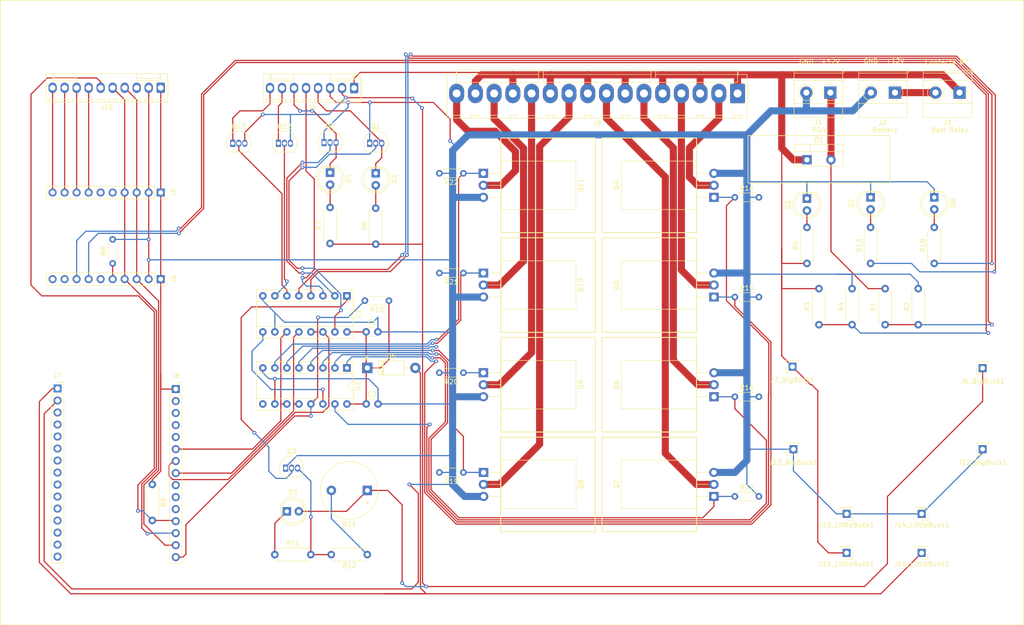
<source format=kicad_pcb>
(kicad_pcb (version 20211014) (generator pcbnew)
  (title_block (title "Greenhouse control unit") (date "2022-03-27") (rev "1"))
  (layers (0 "F.Cu" signal) (31 "B.Cu" signal) (34 "B.Paste" user) (35 "F.Paste" user) (36 "B.SilkS" user "B.Silkscreen") (37 "F.SilkS" user "F.Silkscreen") (38 "B.Mask" user) (39 "F.Mask" user) (44 "Edge.Cuts" user))
  (net 0 "")
  (net 1 "GND")
  (net 2 "Net-(BZ1-Pad2)")
  (net 3 "+5V")
  (net 4 "+5VA")
  (net 5 "/SR_VCC")
  (net 6 "/MC_A0")
  (net 7 "/PSU+12V")
  (net 8 "+3V3")
  (net 9 "/MC_D5")
  (net 10 "/ADC2_A0")
  (net 11 "/ADC2_A1")
  (net 12 "/Motor2_SR_Q7")
  (net 13 "+12V")
  (net 14 "Net-(D3-Pad2)")
  (net 15 "Net-(D8-Pad2)")
  (net 16 "/StartBeep_SR_Q1")
  (net 18 "/CaseFan_SR_Q2")
  (net 19 "/SW_FET1")
  (net 20 "/SW_FET2")
  (net 21 "/SW_FET3")
  (net 22 "/SW_FET4")
  (net 23 "/PsuRelayNC_Coil")
  (net 24 "/BattRelayNC_SR_Q0")
  (net 25 "Net-(U1-Pad9)")
  (net 26 "/BatteryLed_SR_Q4")
  (net 27 "/PsuLed_SR_Q5")
  (net 28 "/SW_FET0")
  (net 29 "/SW_FET5")
  (net 30 "/SW_FET6")
  (net 31 "/MC_D7")
  (net 32 "Net-(Q3-Pad3)")
  (net 33 "Net-(D2-Pad2)")
  (net 34 "/BattRelayNC_Coil")
  (net 36 "/ADC1_SCA")
  (net 37 "/SW0_SR_Q08")
  (net 38 "/SW1_SR_Q09")
  (net 39 "/SW2_SR_Q10")
  (net 40 "/SW3_SR_Q11")
  (net 41 "/Motor1_SR_Q6")
  (net 42 "/SW4_SR_Q12")
  (net 43 "/SW5_SR_Q13")
  (net 44 "/ADC1_SCL")
  (net 45 "/MC_D0")
  (net 46 "/MC_D6")
  (net 47 "/MC_D3")
  (net 48 "/ADC2_ADDR")
  (net 49 "/ADC1_ADDR")
  (net 50 "/ADC1_ALRT")
  (net 51 "/ADC1_A0")
  (net 52 "/ADC1_A1")
  (net 53 "/ADC1_A2")
  (net 54 "/ADC1_A3")
  (net 55 "/ADC2_ALRT")
  (net 56 "/ADC2_A2")
  (net 57 "/ADC2_A3")
  (net 58 "Net-(D4-Pad2)")
  (net 59 "Net-(D5-Pad1)")
  (net 60 "Net-(D7-Pad2)")
  (net 61 "/Motor_IN1")
  (net 62 "/Motor_IN2")
  (net 63 "/SW6_SR_Q14")
  (net 64 "/SW7_SR_Q15")
  (net 65 "/SW_FET7")
  (net 66 "/Batt+12V")
  (net 86 "/CaseFan_FET")
  (footprint "TerminalBlock_Phoenix:TerminalBlock_Phoenix_MKDS-1,5-2-5.08_1x02_P5.08mm_Horizontal" (layer "F.Cu") (at 241.433642 44.747 180)
    (fp_text reference "J3")
    (fp_text value "Pluggable_Terminal_01x02")
  )
  (footprint "LED_THT:LED_D5.0mm" (layer "F.Cu") (at 108.332642 61.668 -90)
    (fp_text reference "D4")
    (fp_text value "LED")
  )
  (footprint "Resistor_THT:R_Axial_DIN0204_L3.6mm_D1.6mm_P5.08mm_Horizontal" (layer "F.Cu") (at 193.930642 130.142)
    (fp_text reference "R17")
    (fp_text value "10k")
  )
  (footprint "Connector_PinSocket_2.54mm:PinSocket_1x01_P2.54mm_Vertical" (layer "F.Cu") (at 246.317642 120.155 180)
    (fp_text reference "J12_BigBuck1")
    (fp_text value "Conn_01x01_Female")
  )
  (footprint "MountingHole:MountingHole_3mm" (layer "F.Cu") (at 44.832642 150.97)
    (fp_text reference "H3" hide)
    (fp_text value "MountingHole")
  )
  (footprint "LED_THT:LED_D5.0mm" (layer "F.Cu") (at 209.170642 67.15 -90)
    (fp_text reference "D2")
    (fp_text value "LED")
  )
  (footprint "Connector_PinSocket_2.54mm:PinSocket_1x01_P2.54mm_Vertical" (layer "F.Cu") (at 206.122642 102.71 180)
    (fp_text reference "J7_BigBuck1")
    (fp_text value "Conn_01x01_Female")
  )
  (footprint "Capacitor_THT:C_Disc_D3.0mm_W1.6mm_P2.50mm" (layer "F.Cu") (at 115.952642 95.344)
    (fp_text reference "C1")
    (fp_text value "0.01 μf")
  )
  (footprint "Connector_PinSocket_2.54mm:PinSocket_1x01_P2.54mm_Vertical" (layer "F.Cu") (at 246.317642 103.01 180)
    (fp_text reference "J6_BigBuck1")
    (fp_text value "Conn_01x01_Female")
  )
  (footprint "LED_THT:LED_D5.0mm" (layer "F.Cu") (at 99.183642 133.296)
    (fp_text reference "D5")
    (fp_text value "LED")
  )
  (footprint "Resistor_THT:R_Axial_DIN0207_L6.3mm_D2.5mm_P7.62mm_Horizontal" (layer "F.Cu") (at 70.740642 127.602 -90)
    (fp_text reference "R9")
    (fp_text value "4k6")
  )
  (footprint "LED_THT:LED_D5.0mm" (layer "F.Cu") (at 236.094642 66.896 -90)
    (fp_text reference "D8")
    (fp_text value "LED")
  )
  (footprint "TerminalBlock_Phoenix:TerminalBlock_Phoenix_MKDS-1,5-2-5.08_1x02_P5.08mm_Horizontal" (layer "F.Cu") (at 227.781142 44.747 180)
    (fp_text reference "J2")
    (fp_text value "Pluggable_Terminal_01x02")
  )
  (footprint "Connector_PinHeader_2.54mm:PinHeader_1x01_P2.54mm_Vertical" (layer "F.Cu") (at 217.552642 142.08 180)
    (fp_text reference "J11_LittleBuck1")
    (fp_text value "Conn_01x01_Female")
  )
  (footprint "Package_DIP:DIP-16_W7.62mm_Socket" (layer "F.Cu") (at 111.898642 87.734 -90)
    (fp_text reference "U1")
    (fp_text value "74HC595")
  )
  (footprint "Connector_Molex:Molex_KK-396_A-41791-0016_1x16_P3.96mm_Vertical" (layer "F.Cu") (at 194.502142 44.93 180)
    (fp_text reference "J9")
    (fp_text value "Molex_KK-396_01x16")
  )
  (footprint "Resistor_THT:R_Axial_DIN0204_L3.6mm_D1.6mm_P5.08mm_Horizontal" (layer "F.Cu") (at 136.526642 61.816 180)
    (fp_text reference "R22")
    (fp_text value "10k")
  )
  (footprint "Resistor_THT:R_Axial_DIN0207_L6.3mm_D2.5mm_P7.62mm_Horizontal" (layer "F.Cu") (at 117.984642 76.802 90)
    (fp_text reference "R6")
    (fp_text value "2k")
  )
  (footprint "Resistor_THT:R_Axial_DIN0207_L6.3mm_D2.5mm_P7.62mm_Horizontal" (layer "F.Cu") (at 211.710642 86.2 -90)
    (fp_text reference "R3")
    (fp_text value "4k6")
  )
  (footprint "Resistor_THT:R_Axial_DIN0207_L6.3mm_D2.5mm_P7.62mm_Horizontal" (layer "F.Cu") (at 218.710642 93.82 90)
    (fp_text reference "R4")
    (fp_text value "1k")
  )
  (footprint "Resistor_THT:R_Axial_DIN0204_L3.6mm_D1.6mm_P5.08mm_Horizontal" (layer "F.Cu") (at 193.930642 87.978)
    (fp_text reference "R15")
    (fp_text value "10k")
  )
  (footprint "LED_THT:LED_D5.0mm" (layer "F.Cu") (at 117.984642 61.811 -90)
    (fp_text reference "D3")
    (fp_text value "LED")
  )
  (footprint "Connector_PinSocket_2.54mm:PinSocket_1x10_P2.54mm_Vertical" (layer "F.Cu") (at 72.518642 84.193 -90)
    (fp_text reference "J6")
    (fp_text value "Conn_01x10_Female")
  )
  (footprint "Resistor_THT:R_Axial_DIN0207_L6.3mm_D2.5mm_P7.62mm_Horizontal" (layer "F.Cu") (at 232.710642 93.82 90)
    (fp_text reference "R2")
    (fp_text value "1k")
  )
  (footprint "Resistor_THT:R_Axial_DIN0204_L3.6mm_D1.6mm_P5.08mm_Horizontal" (layer "F.Cu") (at 193.930642 109.06)
    (fp_text reference "R16")
    (fp_text value "10k")
  )
  (footprint "Connector_PinHeader_2.54mm:PinHeader_1x01_P2.54mm_Vertical" (layer "F.Cu") (at 217.552642 133.825 180)
    (fp_text reference "J15_LittleBuck1")
    (fp_text value "Conn_01x01_Female")
  )
  (footprint "Connector_PinSocket_2.54mm:PinSocket_1x01_P2.54mm_Vertical" (layer "F.Cu") (at 206.312642 120.155 180)
    (fp_text reference "J13_BigBuck1")
    (fp_text value "Conn_01x01_Female")
  )
  (footprint "Resistor_THT:R_Axial_DIN0204_L3.6mm_D1.6mm_P5.08mm_Horizontal" (layer "F.Cu") (at 136.526642 82.898 180)
    (fp_text reference "R21")
    (fp_text value "10k")
  )
  (footprint "TerminalBlock_Phoenix:TerminalBlock_Phoenix_MKDS-1,5-2-5.08_1x02_P5.08mm_Horizontal" (layer "F.Cu") (at 214.128642 44.747 180)
    (fp_text reference "J1")
    (fp_text value "Pluggable_Terminal_01x02")
  )
  (footprint "Resistor_THT:R_Axial_DIN0204_L3.6mm_D1.6mm_P5.08mm_Horizontal" (layer "F.Cu") (at 120.778642 88.74 180)
    (fp_text reference "R10")
    (fp_text value "10k")
  )
  (footprint "Package_TO_SOT_THT:TO-92_Inline" (layer "F.Cu") (at 97.410642 55.466)
    (fp_text reference "Q12")
    (fp_text value "2N7000")
  )
  (footprint "Package_TO_SOT_THT:TO-92_Inline" (layer "F.Cu") (at 107.062642 55.318)
    (fp_text reference "Q2")
    (fp_text value "2N7000")
  )
  (footprint "Package_TO_SOT_THT:TO-220-3_Horizontal_TabDown" (layer "F.Cu") (at 189.511998 87.978 90)
    (fp_text reference "Q5")
    (fp_text value "IRLB8721PBF")
  )
  (footprint "Resistor_THT:R_Axial_DIN0204_L3.6mm_D1.6mm_P5.08mm_Horizontal" (layer "F.Cu") (at 136.526642 103.98 180)
    (fp_text reference "R20")
    (fp_text value "10k")
  )
  (footprint "Connector_Molex:Molex_KK-254_AE-6410-10A_1x10_P2.54mm_Vertical" (layer "F.Cu") (at 72.518642 43.726 180)
    (fp_text reference "J10")
    (fp_text value "Molex_KK-254_01x10")
  )
  (footprint "Buzzer_Beeper:Buzzer_12x9.5RM7.6" (layer "F.Cu") (at 116.206642 128.872 180)
    (fp_text reference "BZ1")
    (fp_text value "Buzzer")
  )
  (footprint "Resistor_THT:R_Axial_DIN0207_L6.3mm_D2.5mm_P7.62mm_Horizontal" (layer "F.Cu") (at 116.206642 142.44 180)
    (fp_text reference "R12")
    (fp_text value "1k")
  )
  (footprint "Capacitor_THT:C_Disc_D3.0mm_W1.6mm_P2.50mm" (layer "F.Cu") (at 115.972642 110.584)
    (fp_text reference "C2")
    (fp_text value "0.01 μf")
  )
  (footprint "Resistor_THT:R_Axial_DIN0207_L6.3mm_D2.5mm_P7.62mm_Horizontal" (layer "F.Cu") (at 209.170642 80.866 90)
    (fp_text reference "R5")
    (fp_text value "10k")
  )
  (footprint "Package_TO_SOT_THT:TO-220-3_Horizontal_TabDown" (layer "F.Cu") (at 189.519713 109.06 90)
    (fp_text reference "Q6")
    (fp_text value "IRLB8721PBF")
  )
  (footprint "Connector_PinHeader_2.54mm:PinHeader_1x01_P2.54mm_Vertical" (layer "F.Cu") (at 233.427642 142.08 180)
    (fp_text reference "J10_LittleBuck1")
    (fp_text value "Conn_01x01_Female")
  )
  (footprint "Resistor_THT:R_Axial_DIN0204_L3.6mm_D1.6mm_P5.08mm_Horizontal" (layer "F.Cu") (at 62.358642 80.866 90)
    (fp_text reference "R8")
    (fp_text value "10k")
  )
  (footprint "Connector_PinSocket_2.54mm:PinSocket_1x15_P2.54mm_Vertical" (layer "F.Cu") (at 50.699642 107.312)
    (fp_text reference "J7")
    (fp_text value "Conn_01x15_Female")
  )
  (footprint "Package_TO_SOT_THT:TO-92_Inline" (layer "F.Cu") (at 98.934642 124.152)
    (fp_text reference "Q3")
    (fp_text value "2N7000")
  )
  (footprint "Package_TO_SOT_THT:TO-220-3_Horizontal_TabDown" (layer "F.Cu") (at 189.494856 130.142 90)
    (fp_text reference "Q7")
    (fp_text value "IRLB8721PBF")
  )
  (footprint "Resistor_THT:R_Axial_DIN0207_L6.3mm_D2.5mm_P7.62mm_Horizontal" (layer "F.Cu") (at 222.632642 80.866 90)
    (fp_text reference "R13")
    (fp_text value "1k")
  )
  (footprint "Connector_PinSocket_2.54mm:PinSocket_1x15_P2.54mm_Vertical" (layer "F.Cu") (at 75.699642 107.432)
    (fp_text reference "J8")
    (fp_text value "Conn_01x15_Female")
  )
  (footprint "Package_TO_SOT_THT:TO-220-3_Horizontal_TabDown" (layer "F.Cu") (at 140.758642 103.98 -90)
    (fp_text reference "Q9")
    (fp_text value "IRLB8721PBF")
  )
  (footprint "Connector_PinHeader_2.54mm:PinHeader_1x01_P2.54mm_Vertical" (layer "F.Cu") (at 233.427642 133.825 180)
    (fp_text reference "J14_LittleBuck1")
    (fp_text value "Conn_01x01_Female")
  )
  (footprint "Package_TO_SOT_THT:TO-220-3_Horizontal_TabDown" (layer "F.Cu") (at 140.744856 61.816 -90)
    (fp_text reference "Q11")
    (fp_text value "IRLB8721PBF")
  )
  (footprint "Package_TO_SOT_THT:TO-220-3_Horizontal_TabDown" (layer "F.Cu") (at 189.508642 66.896 90)
    (fp_text reference "Q4")
    (fp_text value "IRLB8721PBF")
  )
  (footprint "Diode_THT:D_DO-41_SOD81_P10.16mm_Horizontal" (layer "F.Cu") (at 116.206642 102.964)
    (fp_text reference "D6")
    (fp_text value "1N4001")
  )
  (footprint "Resistor_THT:R_Axial_DIN0207_L6.3mm_D2.5mm_P7.62mm_Horizontal" (layer "F.Cu") (at 96.648642 142.44)
    (fp_text reference "R11")
    (fp_text value "2k")
  )
  (footprint "Resistor_THT:R_Axial_DIN0204_L3.6mm_D1.6mm_P5.08mm_Horizontal" (layer "F.Cu") (at 193.930642 66.896)
    (fp_text reference "R14")
    (fp_text value "10k")
  )
  (footprint "Resistor_THT:R_Axial_DIN0204_L3.6mm_D1.6mm_P5.08mm_Horizontal" (layer "F.Cu") (at 136.526642 125.062 180)
    (fp_text reference "R19")
    (fp_text value "10k")
  )
  (footprint "LED_THT:LED_D5.0mm" (layer "F.Cu") (at 222.632642 66.896 -90)
    (fp_text reference "D7")
    (fp_text value "LED")
  )
  (footprint "Connector_Molex:Molex_KK-254_AE-6410-08A_1x08_P2.54mm_Vertical" (layer "F.Cu") (at 113.412642 43.782 180)
    (fp_text reference "J4")
    (fp_text value "Molex_KK-254_01x08")
  )
  (footprint "Package_TO_SOT_THT:TO-92_Inline" (layer "F.Cu") (at 116.714642 55.466)
    (fp_text reference "Q1")
    (fp_text value "2N7000")
  )
  (footprint "Package_TO_SOT_THT:TO-220-2_Vertical" (layer "F.Cu") (at 209.170642 58.951)
    (fp_text reference "D1")
    (fp_text value "DSB20I15PA Schottky")
  )
  (footprint "MountingHole:MountingHole_3mm" (layer "F.Cu") (at 44.832642 30.828)
    (fp_text reference "H1" hide)
    (fp_text value "MountingHole")
  )
  (footprint "Package_DIP:DIP-16_W7.62mm_Socket" (layer "F.Cu") (at 111.898642 102.974 -90)
    (fp_text reference "U2")
    (fp_text value "74HC595")
  )
  (footprint "MountingHole:MountingHole_3mm" (layer "F.Cu") (at 249.302642 30.828)
    (fp_text reference "H2" hide)
    (fp_text value "MountingHole")
  )
  (footprint "Package_TO_SOT_THT:TO-220-3_Horizontal_TabDown" (layer "F.Cu") (at 140.783499 125.062 -90)
    (fp_text reference "Q8")
    (fp_text value "IRLB8721PBF")
  )
  (footprint "Package_TO_SOT_THT:TO-220-3_Horizontal_TabDown" (layer "F.Cu") (at 140.755285 82.898 -90)
    (fp_text reference "Q10")
    (fp_text value "IRLB8721PBF")
  )
  (footprint "MountingHole:MountingHole_3mm" (layer "F.Cu") (at 249.048642 150.716)
    (fp_text reference "H4" hide)
    (fp_text value "MountingHole")
  )
  (footprint "Package_TO_SOT_THT:TO-92_Inline" (layer "F.Cu") (at 87.758642 55.466)
    (fp_text reference "Q13")
    (fp_text value "2N7000")
  )
  (footprint "Connector_PinSocket_2.54mm:PinSocket_1x10_P2.54mm_Vertical" (layer "F.Cu") (at 72.518642 65.88 -90)
    (fp_text reference "J5")
    (fp_text value "Conn_01x10_Female")
  )
  (footprint "Resistor_THT:R_Axial_DIN0207_L6.3mm_D2.5mm_P7.62mm_Horizontal" (layer "F.Cu") (at 108.332642 76.654 90)
    (fp_text reference "R7")
    (fp_text value "2k")
  )
  (footprint "Resistor_THT:R_Axial_DIN0207_L6.3mm_D2.5mm_P7.62mm_Horizontal" (layer "F.Cu") (at 225.710642 86.2 -90)
    (fp_text reference "R1")
    (fp_text value "4k6")
  )
  (footprint "Resistor_THT:R_Axial_DIN0207_L6.3mm_D2.5mm_P7.62mm_Horizontal" (layer "F.Cu") (at 236.094642 80.866 90)
    (fp_text reference "R18")
    (fp_text value "1k")
  )
  (footprint "MountingHole:MountingHole_3mm" (layer "F.Cu") (at 148.718642 30.828)
    (fp_text reference "H6" hide)
    (fp_text value "MountingHole")
  )
  (gr_rect (start 196.710642 53.848) (end 226.710642 63.848) (layer "F.SilkS") (width 0.15) (fill none))
  (gr_rect (start 164.418215 116.52) (end 144.418215 96.52) (layer "F.SilkS") (width 0.2) (fill none))
  (gr_rect (start 255.017642 25.24) (end 38.609642 157.32) (layer "F.SilkS") (width 0.15) (fill none))
  (gr_rect (start 164.421572 95.438) (end 144.421572 75.438) (layer "F.SilkS") (width 0.2) (fill none))
  (gr_rect (start 164.393357 137.602) (end 144.393357 117.602) (layer "F.SilkS") (width 0.2) (fill none))
  (gr_rect (start 164.432 74.356) (end 144.432 54.356) (layer "F.SilkS") (width 0.2) (fill none))
  (gr_rect (start 185.828215 74.356) (end 165.828215 54.356) (layer "F.SilkS") (width 0.2) (fill none))
  (gr_rect (start 185.817144 116.52) (end 165.817144 96.52) (layer "F.SilkS") (width 0.2) (fill none))
  (gr_rect (start 185.842001 137.602) (end 165.842001 117.602) (layer "F.SilkS") (width 0.2) (fill none))
  (gr_rect (start 185.824858 95.438) (end 165.824858 75.438) (layer "F.SilkS") (width 0.2) (fill none))
  (segment (start 47.880642 112.671) (end 50.699642 109.852) (width 0.25) (layer "F.Cu") (net 1))
  (segment (start 69.978642 75.786) (end 69.978642 80.104) (width 0.25) (layer "F.Cu") (net 1))
  (segment (start 133.732642 50.386) (end 133.732642 54.958) (width 0.25) (layer "F.Cu") (net 1))
  (segment (start 108.332642 43.782) (end 108.332642 45.56) (width 0.25) (layer "F.Cu") (net 1))
  (segment (start 112.142642 46.83) (end 116.714642 46.83) (width 0.25) (layer "F.Cu") (net 1))
  (segment (start 125.096642 127.602) (end 126.991602 129.49696) (width 0.25) (layer "F.Cu") (net 1))
  (segment (start 116.714642 46.83) (end 117.730642 46.83) (width 0.25) (layer "F.Cu") (net 1))
  (segment (start 117.730642 46.83) (end 130.176642 46.83) (width 0.25) (layer "F.Cu") (net 1))
  (segment (start 108.332642 45.56) (end 109.602642 46.83) (width 0.25) (layer "F.Cu") (net 1))
  (segment (start 53.722642 149.7) (end 47.880642 143.858) (width 0.25) (layer "F.Cu") (net 1))
  (segment (start 69.978642 43.726) (end 69.978642 65.88) (width 0.25) (layer "F.Cu") (net 1))
  (segment (start 130.176642 46.83) (end 133.732642 50.386) (width 0.25) (layer "F.Cu") (net 1))
  (segment (start 126.991602 129.49696) (end 126.991602 148.31304) (width 0.25) (layer "F.Cu") (net 1))
  (segment (start 69.978642 65.88) (end 69.978642 75.786) (width 0.25) (layer "F.Cu") (net 1))
  (segment (start 69.978642 80.104) (end 69.978642 84.193) (width 0.25) (layer "F.Cu") (net 1))
  (segment (start 96.658642 110.594) (end 96.658642 105.26) (width 0.25) (layer "F.Cu") (net 1))
  (segment (start 126.991602 148.31304) (end 125.604642 149.7) (width 0.25) (layer "F.Cu") (net 1))
  (segment (start 125.604642 149.7) (end 53.722642 149.7) (width 0.25) (layer "F.Cu") (net 1))
  (segment (start 109.602642 46.83) (end 112.142642 46.83) (width 0.25) (layer "F.Cu") (net 1))
  (segment (start 47.880642 143.858) (end 47.880642 112.671) (width 0.25) (layer "F.Cu") (net 1))
  (via (at 133.732642 54.958) (size 0.8) (drill 0.4) (layers "F.Cu" "B.Cu") (net 1))
  (via (at 125.096642 127.602) (size 0.8) (drill 0.4) (layers "F.Cu" "B.Cu") (net 1))
  (via (at 69.978642 80.104) (size 0.8) (drill 0.4) (layers "F.Cu" "B.Cu") (net 1))
  (via (at 112.142642 46.83) (size 0.8) (drill 0.4) (layers "F.Cu" "B.Cu") (net 1))
  (via (at 116.714642 46.83) (size 0.8) (drill 0.4) (layers "F.Cu" "B.Cu") (net 1))
  (via (at 69.978642 75.786) (size 0.8) (drill 0.4) (layers "F.Cu" "B.Cu") (net 1))
  (via (at 96.658642 105.26) (size 0.8) (drill 0.4) (layers "F.Cu" "B.Cu") (net 1))
  (segment (start 206.312642 120.155) (end 197.313642 120.155) (width 0.25) (layer "B.Cu") (net 1))
  (segment (start 134.240642 110.838) (end 134.240642 121.506) (width 1.5) (layer "B.Cu") (net 1))
  (segment (start 134.240642 109.06) (end 134.240642 110.838) (width 1.5) (layer "B.Cu") (net 1))
  (segment (start 189.511998 82.898) (end 196.216642 82.898) (width 1.5) (layer "B.Cu") (net 1))
  (segment (start 131.446642 103.98) (end 133.986642 103.98) (width 0.25) (layer "B.Cu") (net 1))
  (segment (start 117.396642 93.312) (end 98.680642 93.312) (width 0.25) (layer "B.Cu") (net 1))
  (segment (start 196.470642 87.978) (end 196.470642 103.98) (width 1.5) (layer "B.Cu") (net 1))
  (segment (start 193.930642 125.062) (end 189.494856 125.062) (width 1.5) (layer "B.Cu") (net 1))
  (segment (start 209.170642 63.594) (end 222.632642 63.594) (width 0.25) (layer "B.Cu") (net 1))
  (segment (start 134.748642 55.974) (end 135.256642 55.974) (width 0.25) (layer "B.Cu") (net 1))
  (segment (start 189.508642 61.816) (end 196.216642 61.816) (width 1.5) (layer "B.Cu") (net 1))
  (segment (start 133.986642 103.98) (end 134.240642 103.726) (width 0.25) (layer "B.Cu") (net 1))
  (segment (start 101.355642 121.506) (end 134.240642 121.506) (width 0.25) (layer "B.Cu") (net 1))
  (segment (start 96.658642 91.29) (end 94.108642 88.74) (width 0.25) (layer "B.Cu") (net 1))
  (segment (start 209.170642 67.15) (end 209.170642 63.594) (width 0.25) (layer "B.Cu") (net 1))
  (segment (start 231.014642 83.152) (end 232.710642 84.848) (width 0.25) (layer "B.Cu") (net 1))
  (segment (start 136.780642 130.142) (end 140.783499 130.142) (width 1.5) (layer "B.Cu") (net 1))
  (segment (start 137.542642 53.688) (end 135.256642 55.974) (width 1.5) (layer "B.Cu") (net 1))
  (segment (start 222.701142 44.747) (end 218.840142 48.608) (width 1.5) (layer "B.Cu") (net 1))
  (segment (start 98.934642 124.152) (end 98.934642 123.927) (width 0.25) (layer "B.Cu") (net 1))
  (segment (start 140.758642 109.06) (end 134.240642 109.06) (width 1.5) (layer "B.Cu") (net 1))
  (segment (start 196.470642 120.998) (end 196.470642 122.522) (width 1.5) (layer "B.Cu") (net 1))
  (segment (start 96.648642 105.25) (end 116.460642 105.25) (width 0.25) (layer "B.Cu") (net 1))
  (segment (start 134.240642 61.816) (end 134.240642 66.642) (width 1.5) (layer "B.Cu") (net 1))
  (segment (start 134.240642 87.724) (end 134.240642 95.598) (width 1.5) (layer "B.Cu") (net 1))
  (segment (start 118.452642 92.256) (end 117.396642 93.312) (width 0.25) (layer "B.Cu") (net 1))
  (segment (start 222.632642 66.896) (end 222.632642 63.594) (width 0.25) (layer "B.Cu") (net 1))
  (segment (start 116.460642 105.25) (end 118.472642 107.262) (width 0.25) (layer "B.Cu") (net 1))
  (segment (start 218.710642 86.2) (end 218.710642 83.152) (width 0.25) (layer "B.Cu") (net 1))
  (segment (start 196.470642 66.896) (end 196.470642 83.152) (width 1.5) (layer "B.Cu") (net 1))
  (segment (start 112.142642 47.846) (end 107.062642 52.926) (width 0.25) (layer "B.Cu") (net 1))
  (segment (start 98.680642 93.312) (end 96.658642 91.29) (width 0.25) (layer "B.Cu") (net 1))
  (segment (start 134.240642 56.99) (end 134.240642 61.816) (width 1.5) (layer "B.Cu") (net 1))
  (segment (start 246.317642 120.935) (end 233.427642 133.825) (width 0.25) (layer "B.Cu") (net 1))
  (segment (start 196.470642 122.522) (end 193.930642 125.062) (width 1.5) (layer "B.Cu") (net 1))
  (segment (start 246.317642 120.155) (end 246.317642 120.935) (width 0.25) (layer "B.Cu") (net 1))
  (segment (start 140.744856 66.896) (end 134.494642 66.896) (width 1.5) (layer "B.Cu") (net 1))
  (segment (start 199.010642 66.896) (end 196.470642 66.896) (width 0.25) (layer "B.Cu") (net 1))
  (segment (start 107.062642 52.926) (end 107.062642 55.318) (width 0.25) (layer "B.Cu") (net 1))
  (segment (start 134.240642 127.602) (end 136.780642 130.142) (width 1.5) (layer "B.Cu") (net 1))
  (segment (start 189.519713 103.98) (end 196.470642 103.98) (width 1.5) (layer "B.Cu") (net 1))
  (segment (start 118.452642 95.344) (end 133.986642 95.344) (width 0.25) (layer "B.Cu") (net 1))
  (segment (start 133.986642 125.062) (end 134.240642 124.808) (width 0.25) (layer "B.Cu") (net 1))
  (segment (start 94.118642 102.974) (end 94.108642 102.984) (width 0.25) (layer "B.Cu") (net 1))
  (segment (start 134.494642 87.978) (end 134.240642 87.724) (width 1.5) (layer "B.Cu") (net 1))
  (segment (start 215.662642 83.152) (end 196.470642 83.152) (width 0.25) (layer "B.Cu") (net 1))
  (segment (start 196.470642 109.06) (end 196.470642 120.998) (width 1.5) (layer "B.Cu") (net 1))
  (segment (start 199.010642 109.06) (end 196.470642 109.06) (width 0.25) (layer "B.Cu") (net 1))
  (segment (start 199.010642 87.978) (end 196.470642 87.978) (width 0.25) (layer "B.Cu") (net 1))
  (segment (start 98.934642 123.927) (end 101.355642 121.506) (width 0.25) (layer "B.Cu") (net 1))
  (segment (start 62.358642 75.786) (end 69.978642 75.786) (width 0.25) (layer "B.Cu") (net 1))
  (segment (start 196.470642 127.602) (end 196.470642 122.522) (width 0.25) (layer "B.Cu") (net 1))
  (segment (start 140.755285 87.978) (end 134.494642 87.978) (width 1.5) (layer "B.Cu") (net 1))
  (segment (start 196.470642 53.688) (end 137.542642 53.688) (width 1.5) (layer "B.Cu") (net 1))
  (segment (start 118.472642 110.584) (end 133.986642 110.584) (width 0.25) (layer "B.Cu") (net 1))
  (segment (start 196.470642 53.688) (end 196.470642 62.07) (width 1.5) (layer "B.Cu") (net 1))
  (segment (start 135.256642 55.974) (end 134.240642 56.99) (width 1.5) (layer "B.Cu") (net 1))
  (segment (start 134.240642 80.104) (end 134.240642 82.898) (width 1.5) (layer "B.Cu") (net 1))
  (segment (start 134.240642 82.898) (end 134.240642 87.724) (width 1.5) (layer "B.Cu") (net 1))
  (segment (start 196.470642 83.152) (end 196.470642 87.978) (width 1.5) (layer "B.Cu") (net 1))
  (segment (start 131.446642 82.898) (end 134.240642 82.898) (width 0.25) (layer "B.Cu") (net 1))
  (segment (start 234.570642 63.594) (end 236.094642 65.118) (width 0.25) (layer "B.Cu") (net 1))
  (segment (start 196.470642 63.594) (end 209.170642 63.594) (width 0.25) (layer "B.Cu") (net 1))
  (segment (start 134.240642 103.726) (end 134.240642 109.06) (width 1.5) (layer "B.Cu") (net 1))
  (segment (start 134.240642 95.598) (end 134.240642 103.726) (width 1.5) (layer "B.Cu") (net 1))
  (segment (start 209.424642 48.608) (end 201.550642 48.608) (width 1.5) (layer "B.Cu") (net 1))
  (segment (start 94.108642 88.74) (end 94.118642 88.73) (width 0.25) (layer "B.Cu") (net 1))
  (segment (start 134.494642 66.896) (end 134.240642 66.642) (width 1.5) (layer "B.Cu") (net 1))
  (segment (start 134.240642 66.642) (end 134.240642 80.104) (width 1.5) (layer "B.Cu") (net 1))
  (segment (start 112.142642 46.83) (end 112.142642 47.846) (width 0.25) (layer "B.Cu") (net 1))
  (segment (start 197.313642 120.155) (end 196.470642 120.998) (width 0.25) (layer "B.Cu") (net 1))
  (segment (start 118.472642 107.262) (end 118.472642 110.584) (width 0.25) (layer "B.Cu") (net 1))
  (segment (start 131.446642 125.062) (end 133.986642 125.062) (width 0.25) (layer "B.Cu") (net 1))
  (segment (start 134.240642 124.808) (end 134.240642 127.602) (width 1.5) (layer "B.Cu") (net 1))
  (segment (start 133.732642 54.958) (end 134.748642 55.974) (width 0.25) (layer "B.Cu") (net 1))
  (segment (start 133.986642 110.584) (end 134.240642 110.838) (width 0.25) (layer "B.Cu") (net 1))
  (segment (start 217.552642 133.825) (end 215.393642 133.825) (width 0.25) (layer "B.Cu") (net 1))
  (segment (start 134.240642 80.104) (end 69.978642 80.104) (width 0.25) (layer "B.Cu") (net 1))
  (segment (start 215.662642 83.152) (end 231.014642 83.152) (width 0.25) (layer "B.Cu") (net 1))
  (segment (start 218.840142 48.608) (end 209.424642 48.608) (width 1.5) (layer "B.Cu") (net 1))
  (segment (start 218.710642 83.152) (end 215.662642 83.152) (width 0.25) (layer "B.Cu") (net 1))
  (segment (start 95.378642 105.25) (end 96.648642 105.25) (width 0.25) (layer "B.Cu") (net 1))
  (segment (start 116.714642 55.466) (end 116.714642 46.83) (width 0.25) (layer "B.Cu") (net 1))
  (segment (start 236.094642 65.118) (end 236.094642 66.896) (width 0.25) (layer "B.Cu") (net 1))
  (segment (start 199.010642 130.142) (end 196.470642 127.602) (width 0.25) (layer "B.Cu") (net 1))
  (segment (start 133.986642 95.344) (end 134.240642 95.598) (width 0.25) (layer "B.Cu") (net 1))
  (segment (start 222.632642 63.594) (end 234.570642 63.594) (width 0.25) (layer "B.Cu") (net 1))
  (segment (start 134.240642 121.506) (end 134.240642 124.808) (width 1.5) (layer "B.Cu") (net 1))
  (segment (start 196.216642 82.898) (end 196.470642 83.152) (width 1.5) (layer "B.Cu") (net 1))
  (segment (start 94.118642 88.73) (end 94.118642 87.734) (width 0.25) (layer "B.Cu") (net 1))
  (segment (start 131.446642 61.816) (end 134.240642 61.816) (width 0.25) (layer "B.Cu") (net 1))
  (segment (start 94.108642 103.98) (end 95.378642 105.25) (width 0.25) (layer "B.Cu") (net 1))
  (segment (start 196.216642 61.816) (end 196.470642 62.07) (width 1.5) (layer "B.Cu") (net 1))
  (segment (start 201.550642 48.608) (end 196.470642 53.688) (width 1.5) (layer "B.Cu") (net 1))
  (segment (start 209.048642 44.747) (end 209.048642 48.232) (width 1.5) (layer "B.Cu") (net 1))
  (segment (start 206.312642 124.744) (end 206.312642 120.155) (width 0.25) (layer "B.Cu") (net 1))
  (segment (start 118.452642 95.344) (end 118.452642 92.256) (width 0.25) (layer "B.Cu") (net 1))
  (segment (start 94.108642 102.984) (end 94.108642 103.98) (width 0.25) (layer "B.Cu") (net 1))
  (segment (start 233.427642 133.825) (end 217.552642 133.825) (width 0.25) (layer "B.Cu") (net 1))
  (segment (start 96.658642 95.354) (end 96.658642 91.29) (width 0.25) (layer "B.Cu") (net 1))
  (segment (start 215.393642 133.825) (end 206.312642 124.744) (width 0.25) (layer "B.Cu") (net 1))
  (segment (start 125.096642 127.602) (end 134.240642 127.602) (width 0.25) (layer "B.Cu") (net 1))
  (segment (start 196.470642 63.594) (end 196.470642 66.896) (width 1.5) (layer "B.Cu") (net 1))
  (segment (start 96.658642 105.26) (end 96.648642 105.25) (width 0.25) (layer "B.Cu") (net 1))
  (segment (start 209.048642 48.232) (end 209.424642 48.608) (width 1.5) (layer "B.Cu") (net 1))
  (segment (start 232.710642 84.848) (end 232.710642 86.2) (width 0.25) (layer "B.Cu") (net 1))
  (segment (start 196.470642 103.98) (end 196.470642 109.06) (width 1.5) (layer "B.Cu") (net 1))
  (segment (start 196.470642 62.07) (end 196.470642 63.594) (width 1.5) (layer "B.Cu") (net 1))
  (segment (start 108.606642 128.872) (end 108.606642 134.84) (width 0.25) (layer "B.Cu") (net 2))
  (segment (start 108.606642 134.84) (end 116.206642 142.44) (width 0.25) (layer "B.Cu") (net 2))
  (segment (start 125.73 45.974) (end 125.57 45.814) (width 0.25) (layer "F.Cu") (net 3))
  (segment (start 111.782642 133.296) (end 116.206642 128.872) (width 0.25) (layer "F.Cu") (net 3))
  (segment (start 90.298642 53.18) (end 94.108642 49.37) (width 0.25) (layer "F.Cu") (net 3))
  (segment (start 246.317642 110.013) (end 246.317642 103.01) (width 0.25) (layer "F.Cu") (net 3))
  (segment (start 117.984642 76.802) (end 108.480642 76.802) (width 0.25) (layer "F.Cu") (net 3))
  (segment (start 127.890642 148.43) (end 128.652642 149.192) (width 0.25) (layer "F.Cu") (net 3))
  (segment (start 128.652642 149.192) (end 221.362642 149.192) (width 0.25) (layer "F.Cu") (net 3))
  (segment (start 127.762 48.006) (end 127.890642 48.134642) (width 0.25) (layer "F.Cu") (net 3))
  (segment (start 221.362642 149.192) (end 226.188642 144.366) (width 0.25) (layer "F.Cu") (net 3))
  (segment (start 123.572642 131.92) (end 120.524642 128.872) (width 0.25) (layer "F.Cu") (net 3))
  (segment (start 123.572642 148.43) (end 123.572642 131.92) (width 0.25) (layer "F.Cu") (net 3))
  (segment (start 120.524642 128.872) (end 116.206642 128.872) (width 0.25) (layer "F.Cu") (net 3))
  (segment (start 226.188642 144.366) (end 226.188642 130.142) (width 0.25) (layer "F.Cu") (net 3))
  (segment (start 117.984642 76.802) (end 127.856 76.802) (width 0.25) (layer "F.Cu") (net 3))
  (segment (start 110.872642 45.052) (end 110.872642 43.782) (width 0.25) (layer "F.Cu") (net 3))
  (segment (start 125.57 45.814) (end 111.634642 45.814) (width 0.25) (layer "F.Cu") (net 3))
  (segment (start 127.890642 48.134642) (end 127.890642 76.836642) (width 0.25) (layer "F.Cu") (net 3))
  (segment (start 226.188642 130.142) (end 246.317642 110.013) (width 0.25) (layer "F.Cu") (net 3))
  (segment (start 127.856 76.802) (end 127.890642 76.836642) (width 0.25) (layer "F.Cu") (net 3))
  (segment (start 101.723642 133.296) (end 111.782642 133.296) (width 0.25) (layer "F.Cu") (net 3))
  (segment (start 127.890642 76.836642) (end 127.890642 148.43) (width 0.25) (layer "F.Cu") (net 3))
  (segment (start 111.634642 45.814) (end 110.872642 45.052) (width 0.25) (layer "F.Cu") (net 3))
  (segment (start 90.298642 55.466) (end 90.298642 53.18) (width 0.25) (layer "F.Cu") (net 3))
  (segment (start 108.480642 76.802) (end 108.332642 76.654) (width 0.25) (layer "F.Cu") (net 3))
  (via (at 128.652642 149.192) (size 0.8) (drill 0.4) (layers "F.Cu" "B.Cu") (net 3))
  (via (at 123.572642 148.43) (size 0.8) (drill 0.4) (layers "F.Cu" "B.Cu") (net 3))
  (via (at 125.73 45.974) (size 0.8) (drill 0.4) (layers "F.Cu" "B.Cu") (net 3))
  (via (at 127.762 48.006) (size 0.8) (drill 0.4) (layers "F.Cu" "B.Cu") (net 3))
  (via (at 111.634642 45.814) (size 0.8) (drill 0.4) (layers "F.Cu" "B.Cu") (net 3))
  (via (at 94.108642 49.37) (size 0.8) (drill 0.4) (layers "F.Cu" "B.Cu") (net 3))
  (segment (start 103.506642 49.37) (end 108.078642 49.37) (width 0.25) (layer "B.Cu") (net 3))
  (segment (start 99.950642 49.37) (end 99.950642 55.466) (width 0.25) (layer "B.Cu") (net 3))
  (segment (start 108.078642 49.37) (end 111.634642 45.814) (width 0.25) (layer "B.Cu") (net 3))
  (segment (start 123.572642 148.43) (end 124.334642 149.192) (width 0.25) (layer "B.Cu") (net 3))
  (segment (start 103.506642 49.37) (end 94.108642 49.37) (width 0.25) (layer "B.Cu") (net 3))
  (segment (start 124.334642 149.192) (end 128.652642 149.192) (width 0.25) (layer "B.Cu") (net 3))
  (segment (start 125.73 45.974) (end 127.762 48.006) (width 0.25) (layer "B.Cu") (net 3))
  (segment (start 120.016642 150.716) (end 224.791642 150.716) (width 0.25) (layer "F.Cu") (net 4))
  (segment (start 127.441122 149.50448) (end 127.441122 104.03848) (width 0.25) (layer "F.Cu") (net 4))
  (segment (start 128.652642 150.716) (end 127.441122 149.50448) (width 0.25) (layer "F.Cu") (net 4))
  (segment (start 49.628642 107.312) (end 46.864642 110.076) (width 0.25) (layer "F.Cu") (net 4))
  (segment (start 224.791642 150.716) (end 233.427642 142.08) (width 0.25) (layer "F.Cu") (net 4))
  (segment (start 50.699642 107.312) (end 49.628642 107.312) (width 0.25) (layer "F.Cu") (net 4))
  (segment (start 46.864642 144.112) (end 53.468642 150.716) (width 0.25) (layer "F.Cu") (net 4))
  (segment (start 46.864642 110.076) (end 46.864642 144.112) (width 0.25) (layer "F.Cu") (net 4))
  (segment (start 127.441122 104.03848) (end 126.366642 102.964) (width 0.25) (layer "F.Cu") (net 4))
  (segment (start 120.016642 150.716) (end 128.652642 150.716) (width 0.25) (layer "F.Cu") (net 4))
  (segment (start 53.468642 150.716) (end 120.016642 150.716) (width 0.25) (layer "F.Cu") (net 4))
  (segment (start 120.778642 88.74) (end 120.778642 101.186) (width 0.25) (layer "F.Cu") (net 5))
  (segment (start 120.778642 101.186) (end 119.000642 102.964) (width 0.25) (layer "F.Cu") (net 5))
  (segment (start 115.962642 110.594) (end 115.972642 110.584) (width 0.25) (layer "F.Cu") (net 5))
  (segment (start 111.898642 110.594) (end 115.962642 110.594) (width 0.25) (layer "F.Cu") (net 5))
  (segment (start 115.942642 95.354) (end 115.952642 95.344) (width 0.25) (layer "F.Cu") (net 5))
  (segment (start 115.972642 110.584) (end 115.972642 103.198) (width 0.25) (layer "F.Cu") (net 5))
  (segment (start 115.972642 103.198) (end 116.206642 102.964) (width 0.25) (layer "F.Cu") (net 5))
  (segment (start 119.000642 102.964) (end 116.206642 102.964) (width 0.25) (layer "F.Cu") (net 5))
  (segment (start 115.952642 95.344) (end 115.952642 102.71) (width 0.25) (layer "F.Cu") (net 5))
  (segment (start 111.898642 95.354) (end 115.942642 95.354) (width 0.25) (layer "F.Cu") (net 5))
  (segment (start 115.952642 102.71) (end 116.206642 102.964) (width 0.25) (layer "F.Cu") (net 5))
  (segment (start 222.124642 86.2) (end 214.250642 78.326) (width 0.25) (layer "F.Cu") (net 7))
  (segment (start 214.250642 58.951) (end 214.250642 44.869) (width 1.5) (layer "F.Cu") (net 7))
  (segment (start 214.250642 78.326) (end 214.250642 58.951) (width 0.25) (layer "F.Cu") (net 7))
  (segment (start 214.250642 44.869) (end 214.128642 44.747) (width 1.5) (layer "F.Cu") (net 7))
  (segment (start 225.710642 86.2) (end 222.124642 86.2) (width 0.25) (layer "F.Cu") (net 7))
  (segment (start 72.518642 43.726) (end 72.518642 65.88) (width 0.25) (layer "F.Cu") (net 8))
  (segment (start 72.518642 84.193) (end 72.518642 104.251) (width 0.25) (layer "F.Cu") (net 8))
  (segment (start 70.740642 126.586) (end 72.518642 124.808) (width 0.25) (layer "F.Cu") (net 8))
  (segment (start 70.740642 127.602) (end 70.740642 126.586) (width 0.25) (layer "F.Cu") (net 8))
  (segment (start 72.518642 104.251) (end 72.518642 107.432) (width 0.25) (layer "F.Cu") (net 8))
  (segment (start 72.518642 124.808) (end 72.518642 104.251) (width 0.25) (layer "F.Cu") (net 8))
  (segment (start 72.518642 107.432) (end 75.699642 107.432) (width 0.25) (layer "F.Cu") (net 8))
  (segment (start 72.518642 65.88) (end 72.518642 84.193) (width 0.25) (layer "F.Cu") (net 8))
  (segment (start 100.722642 110.594) (end 100.614131 110.485489) (width 0.25) (layer "F.Cu") (net 9))
  (segment (start 100.614131 112.080228) (end 87.482359 125.212) (width 0.25) (layer "F.Cu") (net 9))
  (segment (start 100.614131 96.478511) (end 100.614131 110.485489) (width 0.25) (layer "F.Cu") (net 9))
  (segment (start 100.614131 110.485489) (end 100.614131 112.080228) (width 0.25) (layer "F.Cu") (net 9))
  (segment (start 101.728642 110.584) (end 101.738642 110.594) (width 0.25) (layer "F.Cu") (net 9))
  (segment (start 101.738642 110.594) (end 100.722642 110.594) (width 0.25) (layer "F.Cu") (net 9))
  (segment (start 101.738642 95.354) (end 100.614131 96.478511) (width 0.25) (layer "F.Cu") (net 9))
  (segment (start 87.482359 125.212) (end 75.699642 125.212) (width 0.25) (layer "F.Cu") (net 9))
  (segment (start 81.604162 69.24048) (end 76.328642 74.516) (width 0.25) (layer "F.Cu") (net 10))
  (segment (start 211.710642 93.82) (end 218.710642 93.82) (width 0.25) (layer "F.Cu") (net 10))
  (segment (start 240.226444 38.38952) (end 88.45284 38.38952) (width 0.25) (layer "F.Cu") (net 10))
  (segment (start 81.604162 45.238198) (end 81.604162 69.24048) (width 0.25) (layer "F.Cu") (net 10))
  (segment (start 247.075122 95.14848) (end 247.075122 45.238198) (width 0.25) (layer "F.Cu") (net 10))
  (segment (start 247.075122 45.238198) (end 240.226444 38.38952) (width 0.25) (layer "F.Cu") (net 10))
  (segment (start 247.524642 95.598) (end 247.075122 95.14848) (width 0.25) (layer "F.Cu") (net 10))
  (segment (start 88.45284 38.38952) (end 81.604162 45.238198) (width 0.25) (layer "F.Cu") (net 10))
  (via (at 247.524642 95.598) (size 0.8) (drill 0.4) (layers "F.Cu" "B.Cu") (net 10))
  (via (at 76.328642 74.516) (size 0.8) (drill 0.4) (layers "F.Cu" "B.Cu") (net 10))
  (segment (start 57.278642 84.193) (end 57.278642 76.548) (width 0.25) (layer "B.Cu") (net 10))
  (segment (start 220.488642 95.598) (end 218.710642 93.82) (width 0.25) (layer "B.Cu") (net 10))
  (segment (start 59.310642 74.516) (end 76.328642 74.516) (width 0.25) (layer "B.Cu") (net 10))
  (segment (start 57.278642 76.548) (end 59.056642 74.77) (width 0.25) (layer "B.Cu") (net 10))
  (segment (start 247.524642 95.598) (end 220.488642 95.598) (width 0.25) (layer "B.Cu") (net 10))
  (segment (start 59.056642 74.77) (end 59.310642 74.516) (width 0.25) (layer "B.Cu") (net 10))
  (segment (start 81.154642 45.052) (end 88.266642 37.94) (width 0.25) (layer "F.Cu") (net 11))
  (segment (start 76.713223 73.495701) (end 81.154642 69.054282) (width 0.25) (layer "F.Cu") (net 11))
  (segment (start 247.524642 45.052) (end 247.524642 93.058) (width 0.25) (layer "F.Cu") (net 11))
  (segment (start 247.524642 93.058) (end 248.286642 93.82) (width 0.25) (layer "F.Cu") (net 11))
  (segment (start 88.266642 37.94) (end 240.412642 37.94) (width 0.25) (layer "F.Cu") (net 11))
  (segment (start 81.154642 69.054282) (end 81.154642 45.052) (width 0.25) (layer "F.Cu") (net 11))
  (segment (start 240.412642 37.94) (end 247.524642 45.052) (width 0.25) (layer "F.Cu") (net 11))
  (segment (start 225.710642 93.82) (end 232.710642 93.82) (width 0.25) (layer "F.Cu") (net 11))
  (segment (start 76.324343 73.495701) (end 76.713223 73.495701) (width 0.25) (layer "F.Cu") (net 11))
  (via (at 76.324343 73.495701) (size 0.8) (drill 0.4) (layers "F.Cu" "B.Cu") (net 11))
  (via (at 248.286642 93.82) (size 0.8) (drill 0.4) (layers "F.Cu" "B.Cu") (net 11))
  (segment (start 248.286642 93.82) (end 232.710642 93.82) (width 0.25) (layer "B.Cu") (net 11))
  (segment (start 54.738642 76.04) (end 54.738642 84.193) (width 0.25) (layer "B.Cu") (net 11))
  (segment (start 76.324343 73.495701) (end 75.753564 74.06648) (width 0.25) (layer "B.Cu") (net 11))
  (segment (start 75.753564 74.06648) (end 56.712162 74.06648) (width 0.25) (layer "B.Cu") (net 11))
  (segment (start 56.712162 74.06648) (end 54.738642 76.04) (width 0.25) (layer "B.Cu") (net 11))
  (segment (start 98.680642 74.008) (end 98.680642 84.168) (width 0.25) (layer "F.Cu") (net 12))
  (segment (start 98.680642 84.168) (end 99.188642 84.676) (width 0.25) (layer "F.Cu") (net 12))
  (segment (start 98.680642 55.466) (end 98.680642 74.008) (width 0.25) (layer "F.Cu") (net 12))
  (via (at 99.188642 84.676) (size 0.8) (drill 0.4) (layers "F.Cu" "B.Cu") (net 12))
  (segment (start 99.188642 85.204) (end 96.658642 87.734) (width 0.25) (layer "B.Cu") (net 12))
  (segment (start 99.188642 84.676) (end 99.188642 85.204) (width 0.25) (layer "B.Cu") (net 12))
  (segment (start 203.836642 41.242) (end 204.090642 40.988) (width 1.5) (layer "F.Cu") (net 13))
  (segment (start 162.822142 44.93) (end 162.822142 41.1085) (width 1.5) (layer "F.Cu") (net 13))
  (segment (start 211.456642 107.79) (end 211.456642 139.794) (width 0.25) (layer "F.Cu") (net 13))
  (segment (start 194.692642 40.988) (end 204.090642 40.988) (width 1.5) (layer "F.Cu") (net 13))
  (segment (start 139.062142 42.32) (end 140.394142 40.988) (width 1.5) (layer "F.Cu") (net 13))
  (segment (start 186.564642 40.988) (end 194.692642 40.988) (width 1.5) (layer "F.Cu") (net 13))
  (segment (start 162.822142 41.1085) (end 162.942642 40.988) (width 1.5) (layer "F.Cu") (net 13))
  (segment (start 241.433642 44.549) (end 241.433642 44.747) (width 1.5) (layer "F.Cu") (net 13))
  (segment (start 146.982142 41.0295) (end 146.940642 40.988) (width 1.5) (layer "F.Cu") (net 13))
  (segment (start 206.122642 102.71) (end 203.836642 100.424) (width 0.25) (layer "F.Cu") (net 13))
  (segment (start 154.902142 41.1545) (end 155.068642 40.988) (width 1.5) (layer "F.Cu") (net 13))
  (segment (start 113.412642 41.75) (end 113.412642 43.782) (width 0.25) (layer "F.Cu") (net 13))
  (segment (start 162.942642 40.988) (end 171.070642 40.988) (width 1.5) (layer "F.Cu") (net 13))
  (segment (start 203.836642 80.866) (end 203.836642 77.818) (width 0.25) (layer "F.Cu") (net 13))
  (segment (start 203.836642 83.152) (end 203.836642 77.818) (width 0.25) (layer "F.Cu") (net 13))
  (segment (start 186.582142 41.0055) (end 186.564642 40.988) (width 1.5) (layer "F.Cu") (net 13))
  (segment (start 114.682642 40.48) (end 113.412642 41.75) (width 0.25) (layer "F.Cu") (net 13))
  (segment (start 140.394142 40.988) (end 146.940642 40.988) (width 1.5) (layer "F.Cu") (net 13))
  (segment (start 171.070642 40.988) (end 178.690642 40.988) (width 1.5) (layer "F.Cu") (net 13))
  (segment (start 139.062142 44.93) (end 139.062142 42.32) (width 1.5) (layer "F.Cu") (net 13))
  (segment (start 155.068642 40.988) (end 162.942642 40.988) (width 1.5) (layer "F.Cu") (net 13))
  (segment (start 203.836642 86.2) (end 203.836642 83.152) (width 0.25) (layer "F.Cu") (net 13))
  (segment (start 170.742142 41.3165) (end 171.070642 40.988) (width 1.5) (layer "F.Cu") (net 13))
  (segment (start 210.186642 106.52) (end 211.456642 107.79) (width 0.25) (layer "F.Cu") (net 13))
  (segment (start 146.940642 40.988) (end 155.068642 40.988) (width 1.5) (layer "F.Cu") (net 13))
  (segment (start 203.836642 56.482) (end 203.836642 41.242) (width 1.5) (layer "F.Cu") (net 13))
  (segment (start 206.305642 58.951) (end 203.836642 56.482) (width 1.5) (layer "F.Cu") (net 13))
  (segment (start 178.662142 41.0165) (end 178.690642 40.988) (width 1.5) (layer "F.Cu") (net 13))
  (segment (start 186.582142 44.93) (end 186.582142 41.0055) (width 1.5) (layer "F.Cu") (net 13))
  (segment (start 139.886142 40.48) (end 114.682642 40.48) (width 0.25) (layer "F.Cu") (net 13))
  (segment (start 194.502142 41.1785) (end 194.692642 40.988) (width 1.5) (layer "F.Cu") (net 13))
  (segment (start 204.090642 40.988) (end 237.872642 40.988) (width 1.5) (layer "F.Cu") (net 13))
  (segment (start 203.836642 77.818) (end 203.836642 56.482) (width 0.25) (layer "F.Cu") (net 13))
  (segment (start 211.456642 139.794) (end 213.742642 142.08) (width 0.25) (layer "F.Cu") (net 13))
  (segment (start 140.394142 40.988) (end 139.886142 40.48) (width 0.25) (layer "F.Cu") (net 13))
  (segment (start 213.742642 142.08) (end 217.552642 142.08) (width 0.25) (layer "F.Cu") (net 13))
  (segment (start 206.122642 102.71) (end 209.932642 106.52) (width 0.25) (layer "F.Cu") (net 13))
  (segment (start 209.932642 106.52) (end 210.186642 106.52) (width 0.25) (layer "F.Cu") (net 13))
  (segment (start 178.690642 40.988) (end 186.564642 40.988) (width 1.5) (layer "F.Cu") (net 13))
  (segment (start 211.710642 86.2) (end 203.836642 86.2) (width 0.25) (layer "F.Cu") (net 13))
  (segment (start 203.836642 100.424) (end 203.836642 83.152) (width 0.25) (layer "F.Cu") (net 13))
  (segment (start 170.742142 44.93) (end 170.742142 41.3165) (width 1.5) (layer "F.Cu") (net 13))
  (segment (start 146.982142 44.93) (end 146.982142 41.0295) (width 1.5) (layer "F.Cu") (net 13))
  (segment (start 154.902142 44.93) (end 154.902142 41.1545) (width 1.5) (layer "F.Cu") (net 13))
  (segment (start 178.662142 44.93) (end 178.662142 41.0165) (width 1.5) (layer "F.Cu") (net 13))
  (segment (start 194.502142 44.93) (end 194.502142 41.1785) (width 1.5) (layer "F.Cu") (net 13))
  (segment (start 209.170642 80.866) (end 203.836642 80.866) (width 0.25) (layer "F.Cu") (net 13))
  (segment (start 209.170642 58.951) (end 206.305642 58.951) (width 1.5) (layer "F.Cu") (net 13))
  (segment (start 237.872642 40.988) (end 241.433642 44.549) (width 1.5) (layer "F.Cu") (net 13))
  (segment (start 117.984642 69.182) (end 117.984642 64.351) (width 0.25) (layer "F.Cu") (net 14))
  (segment (start 236.094642 69.436) (end 236.094642 73.246) (width 0.25) (layer "F.Cu") (net 15))
  (segment (start 89.536642 113.886) (end 92.330642 116.68) (width 0.25) (layer "F.Cu") (net 16))
  (segment (start 91.785153 90.047489) (end 89.536642 92.296) (width 0.25) (layer "F.Cu") (net 16))
  (segment (start 110.581153 90.047489) (end 91.785153 90.047489) (width 0.25) (layer "F.Cu") (net 16))
  (segment (start 111.888642 88.74) (end 110.581153 90.047489) (width 0.25) (layer "F.Cu") (net 16))
  (segment (start 111.888642 87.744) (end 111.888642 88.74) (width 0.25) (layer "F.Cu") (net 16))
  (segment (start 89.536642 92.296) (end 89.536642 113.886) (width 0.25) (layer "F.Cu") (net 16))
  (segment (start 111.898642 87.734) (end 111.888642 87.744) (width 0.25) (layer "F.Cu") (net 16))
  (via (at 92.330642 116.68) (size 0.8) (drill 0.4) (layers "F.Cu" "B.Cu") (net 16))
  (segment (start 95.378642 119.728) (end 95.378642 124.808) (width 0.25) (layer "B.Cu") (net 16))
  (segment (start 96.902642 126.332) (end 99.022004 126.332) (width 0.25) (layer "B.Cu") (net 16))
  (segment (start 99.022004 126.332) (end 100.204642 125.149362) (width 0.25) (layer "B.Cu") (net 16))
  (segment (start 100.204642 125.149362) (end 100.204642 124.152) (width 0.25) (layer "B.Cu") (net 16))
  (segment (start 95.378642 124.808) (end 96.902642 126.332) (width 0.25) (layer "B.Cu") (net 16))
  (segment (start 92.330642 116.68) (end 95.378642 119.728) (width 0.25) (layer "B.Cu") (net 16))
  (segment (start 99.188642 62.832) (end 102.490642 59.53) (width 0.25) (layer "F.Cu") (net 18))
  (segment (start 102.490642 82.898) (end 101.728642 82.898) (width 0.25) (layer "F.Cu") (net 18))
  (segment (start 101.728642 82.898) (end 99.188642 80.358) (width 0.25) (layer "F.Cu") (net 18))
  (segment (start 99.188642 80.358) (end 99.188642 62.832) (width 0.25) (layer "F.Cu") (net 18))
  (via (at 102.490642 59.53) (size 0.8) (drill 0.4) (layers "F.Cu" "B.Cu") (net 18))
  (via (at 102.490642 82.898) (size 0.8) (drill 0.4) (layers "F.Cu" "B.Cu") (net 18))
  (segment (start 104.522642 82.898) (end 109.358642 87.734) (width 0.25) (layer "B.Cu") (net 18))
  (segment (start 102.490642 82.898) (end 104.522642 82.898) (width 0.25) (layer "B.Cu") (net 18))
  (segment (start 108.332642 56.99) (end 108.332642 55.318) (width 0.25) (layer "B.Cu") (net 18))
  (segment (start 105.792642 59.53) (end 108.332642 56.99) (width 0.25) (layer "B.Cu") (net 18))
  (segment (start 102.490642 59.53) (end 105.792642 59.53) (width 0.25) (layer "B.Cu") (net 18))
  (segment (start 182.622142 82.2575) (end 182.622142 44.93) (width 1.5) (layer "F.Cu") (net 19))
  (segment (start 189.511998 85.438) (end 185.802642 85.438) (width 1.5) (layer "F.Cu") (net 19))
  (segment (start 185.802642 85.438) (end 182.622142 82.2575) (width 1.5) (layer "F.Cu") (net 19))
  (segment (start 186.056642 106.52) (end 180.922622 101.38598) (width 1.5) (layer "F.Cu") (net 20))
  (segment (start 180.922622 101.38598) (end 180.922622 56.42798) (width 1.5) (layer "F.Cu") (net 20))
  (segment (start 180.922622 56.42798) (end 174.702142 50.2075) (width 1.5) (layer "F.Cu") (net 20))
  (segment (start 189.519713 106.52) (end 186.056642 106.52) (width 1.5) (layer "F.Cu") (net 20))
  (segment (start 174.702142 50.2075) (end 174.702142 44.93) (width 1.5) (layer "F.Cu") (net 20))
  (segment (start 174.817142 45.045) (end 174.702142 44.93) (width 1.5) (layer "B.Cu") (net 20))
  (segment (start 185.802642 127.602) (end 179.223102 121.02246) (width 1.5) (layer "F.Cu") (net 21))
  (segment (start 166.782142 50.1615) (end 166.782142 44.93) (width 1.5) (layer "F.Cu") (net 21))
  (segment (start 189.494856 127.602) (end 185.802642 127.602) (width 1.5) (layer "F.Cu") (net 21))
  (segment (start 179.223102 62.60246) (end 166.782142 50.1615) (width 1.5) (layer "F.Cu") (net 21))
  (segment (start 179.223102 121.02246) (end 179.223102 62.60246) (width 1.5) (layer "F.Cu") (net 21))
  (segment (start 158.862142 49.8945) (end 152.641662 56.11498) (width 1.5) (layer "F.Cu") (net 22))
  (segment (start 144.146642 127.602) (end 140.783499 127.602) (width 1.5) (layer "F.Cu") (net 22))
  (segment (start 152.641662 119.10698) (end 144.146642 127.602) (width 1.5) (layer "F.Cu") (net 22))
  (segment (start 158.862142 44.93) (end 158.862142 49.8945) (width 1.5) (layer "F.Cu") (net 22))
  (segment (start 152.641662 56.11498) (end 152.641662 119.10698) (width 1.5) (layer "F.Cu") (net 22))
  (segment (start 103.252642 61.308) (end 103.252642 43.782) (width 0.25) (layer "F.Cu") (net 23))
  (segment (start 102.490642 83.914) (end 103.261256 83.914) (width 0.25) (layer "F.Cu") (net 23))
  (segment (start 104.993153 82.182103) (end 104.993153 63.048511) (width 0.25) (layer "F.Cu") (net 23))
  (segment (start 103.261256 83.914) (end 104.993153 82.182103) (width 0.25) (layer "F.Cu") (net 23))
  (segment (start 104.993153 63.048511) (end 103.252642 61.308) (width 0.25) (layer "F.Cu") (net 23))
  (via (at 102.490642 83.914) (size 0.8) (drill 0.4) (layers "F.Cu" "B.Cu") (net 23))
  (segment (start 103.379642 85.692) (end 106.046642 85.692) (width 0.25) (layer "B.Cu") (net 23))
  (segment (start 106.818642 86.464) (end 106.818642 87.734) (width 0.25) (layer "B.Cu") (net 23))
  (segment (start 102.490642 84.803) (end 103.379642 85.692) (width 0.25) (layer "B.Cu") (net 23))
  (segment (start 102.490642 83.914) (end 102.490642 84.803) (width 0.25) (layer "B.Cu") (net 23))
  (segment (start 106.046642 85.692) (end 106.818642 86.464) (width 0.25) (layer "B.Cu") (net 23))
  (segment (start 101.34836 81.882) (end 99.638162 80.171802) (width 0.25) (layer "F.Cu") (net 24))
  (segment (start 102.490642 81.882) (end 101.34836 81.882) (width 0.25) (layer "F.Cu") (net 24))
  (segment (start 99.638162 80.171802) (end 99.638162 63.407078) (width 0.25) (layer "F.Cu") (net 24))
  (segment (start 109.358642 92.032) (end 109.358642 95.354) (width 0.25) (layer "F.Cu") (net 24))
  (segment (start 99.638162 63.407078) (end 102.494941 60.550299) (width 0.25) (layer "F.Cu") (net 24))
  (segment (start 110.618642 90.772) (end 109.358642 92.032) (width 0.25) (layer "F.Cu") (net 24))
  (via (at 102.490642 81.882) (size 0.8) (drill 0.4) (layers "F.Cu" "B.Cu") (net 24))
  (via (at 102.494941 60.550299) (size 0.8) (drill 0.4) (layers "F.Cu" "B.Cu") (net 24))
  (via (at 110.618642 90.772) (size 0.8) (drill 0.4) (layers "F.Cu" "B.Cu") (net 24))
  (segment (start 105.408061 60.550299) (end 108.20636 57.752) (width 0.25) (layer "B.Cu") (net 24))
  (segment (start 117.984642 56.466) (end 117.984642 55.466) (width 0.25) (layer "B.Cu") (net 24))
  (segment (start 102.494941 60.550299) (end 105.408061 60.550299) (width 0.25) (layer "B.Cu") (net 24))
  (segment (start 116.698642 57.752) (end 117.984642 56.466) (width 0.25) (layer "B.Cu") (net 24))
  (segment (start 110.618642 90.772) (end 110.618642 87.4037) (width 0.25) (layer "B.Cu") (net 24))
  (segment (start 108.20636 57.752) (end 116.698642 57.752) (width 0.25) (layer "B.Cu") (net 24))
  (segment (start 105.096942 81.882) (end 102.490642 81.882) (width 0.25) (layer "B.Cu") (net 24))
  (segment (start 110.618642 87.4037) (end 105.096942 81.882) (width 0.25) (layer "B.Cu") (net 24))
  (segment (start 106.818642 107.546) (end 106.808642 107.536) (width 0.25) (layer "F.Cu") (net 25))
  (segment (start 106.818642 110.594) (end 106.818642 107.546) (width 0.25) (layer "F.Cu") (net 25))
  (via (at 106.808642 107.536) (size 0.8) (drill 0.4) (layers "F.Cu" "B.Cu") (net 25))
  (segment (start 94.118642 97.112) (end 94.118642 95.354) (width 0.25) (layer "B.Cu") (net 25))
  (segment (start 95.886642 107.536) (end 91.822642 103.472) (width 0.25) (layer "B.Cu") (net 25))
  (segment (start 91.822642 99.408) (end 94.118642 97.112) (width 0.25) (layer "B.Cu") (net 25))
  (segment (start 106.808642 107.536) (end 95.886642 107.536) (width 0.25) (layer "B.Cu") (net 25))
  (segment (start 91.822642 103.472) (end 91.822642 99.408) (width 0.25) (layer "B.Cu") (net 25))
  (segment (start 121.099736 82.58552) (end 105.98884 82.58552) (width 0.25) (layer "F.Cu") (net 26))
  (segment (start 124.588642 79.096614) (end 121.099736 82.58552) (width 0.25) (layer "F.Cu") (net 26))
  (segment (start 249.011153 82.427489) (end 248.794642 82.644) (width 0.25) (layer "F.Cu") (net 26))
  (segment (start 104.278642 84.295718) (end 104.278642 87.734) (width 0.25) (layer "F.Cu") (net 26))
  (segment (start 105.98884 82.58552) (end 104.278642 84.295718) (width 0.25) (layer "F.Cu") (net 26))
  (segment (start 125.7302 37.04096) (end 240.785037 37.04096) (width 0.25) (layer "F.Cu") (net 26))
  (segment (start 240.785037 37.04096) (end 249.011153 45.267076) (width 0.25) (layer "F.Cu") (net 26))
  (segment (start 249.011153 45.267076) (end 249.011153 82.427489) (width 0.25) (layer "F.Cu") (net 26))
  (segment (start 124.588642 79.088) (end 124.588642 79.096614) (width 0.25) (layer "F.Cu") (net 26))
  (segment (start 125.354941 36.665701) (end 125.7302 37.04096) (width 0.25) (layer "F.Cu") (net 26))
  (via (at 248.794642 82.644) (size 0.8) (drill 0.4) (layers "F.Cu" "B.Cu") (net 26))
  (via (at 125.354941 36.665701) (size 0.8) (drill 0.4) (layers "F.Cu" "B.Cu") (net 26))
  (via (at 124.588642 79.088) (size 0.8) (drill 0.4) (layers "F.Cu" "B.Cu") (net 26))
  (segment (start 231.268642 80.866) (end 233.046642 82.644) (width 0.25) (layer "B.Cu") (net 26))
  (segment (start 124.588642 79.088) (end 124.784162 78.89248) (width 0.25) (layer "B.Cu") (net 26))
  (segment (start 125.059153 36.961489) (end 125.354941 36.665701) (width 0.25) (layer "B.Cu") (net 26))
  (segment (start 222.632642 80.866) (end 231.268642 80.866) (width 0.25) (layer "B.Cu") (net 26))
  (segment (start 124.784162 78.89248) (end 124.784162 37.245094) (width 0.25) (layer "B.Cu") (net 26))
  (segment (start 124.784162 37.245094) (end 125.059153 36.970103) (width 0.25) (layer "B.Cu") (net 26))
  (segment (start 233.046642 82.644) (end 248.794642 82.644) (width 0.25) (layer "B.Cu") (net 26))
  (segment (start 125.059153 36.970103) (end 125.059153 36.961489) (width 0.25) (layer "B.Cu") (net 26))
  (segment (start 248.286642 80.866) (end 248.286642 45.178282) (width 0.25) (layer "F.Cu") (net 27))
  (segment (start 248.286642 45.178282) (end 240.59884 37.49048) (width 0.25) (layer "F.Cu") (net 27))
  (segment (start 123.572634 79.088008) (end 120.524642 82.136) (width 0.25) (layer "F.Cu") (net 27))
  (segment (start 125.155122 37.49048) (end 124.334642 36.67) (width 0.25) (layer "F.Cu") (net 27))
  (segment (start 101.738642 86.2) (end 101.738642 87.734) (width 0.25) (layer "F.Cu") (net 27))
  (segment (start 240.59884 37.49048) (end 205.106642 37.49048) (width 0.25) (layer "F.Cu") (net 27))
  (segment (start 205.106642 37.49048) (end 125.155122 37.49048) (width 0.25) (layer "F.Cu") (net 27))
  (segment (start 120.524642 82.136) (end 105.802642 82.136) (width 0.25) (layer "F.Cu") (net 27))
  (segment (start 123.57265 79.088008) (end 123.572634 79.088008) (width 0.25) (layer "F.Cu") (net 27))
  (segment (start 105.802642 82.136) (end 101.738642 86.2) (width 0.25) (layer "F.Cu") (net 27))
  (via (at 123.57265 79.088008) (size 0.8) (drill 0.4) (layers "F.Cu" "B.Cu") (net 27))
  (via (at 248.286642 80.866) (size 0.8) (drill 0.4) (layers "F.Cu" "B.Cu") (net 27))
  (via (at 124.334642 36.67) (size 0.8) (drill 0.4) (layers "F.Cu" "B.Cu") (net 27))
  (segment (start 236.094642 80.866) (end 248.286642 80.866) (width 0.25) (layer "B.Cu") (net 27))
  (segment (start 123.864131 78.787897) (end 124.334642 78.317386) (width 0.25) (layer "B.Cu") (net 27))
  (segment (start 123.57265 79.088008) (end 123.864131 78.796527) (width 0.25) (layer "B.Cu") (net 27))
  (segment (start 124.334642 78.317386) (end 124.334642 36.67) (width 0.25) (layer "B.Cu") (net 27))
  (segment (start 123.864131 78.796527) (end 123.864131 78.787897) (width 0.25) (layer "B.Cu") (net 27))
  (segment (start 186.056642 64.356) (end 189.508642 64.356) (width 1.5) (layer "F.Cu") (net 28))
  (segment (start 184.321662 56.43898) (end 184.321662 62.62102) (width 1.5) (layer "F.Cu") (net 28))
  (segment (start 184.321662 62.62102) (end 186.056642 64.356) (width 1.5) (layer "F.Cu") (net 28))
  (segment (start 190.542142 44.93) (end 190.542142 50.2185) (width 1.5) (layer "F.Cu") (net 28))
  (segment (start 190.542142 50.2185) (end 184.321662 56.43898) (width 1.5) (layer "F.Cu") (net 28))
  (segment (start 190.692142 45.08) (end 190.542142 44.93) (width 1.5) (layer "B.Cu") (net 28))
  (segment (start 144.146642 106.52) (end 150.942142 99.7245) (width 1.5) (layer "F.Cu") (net 29))
  (segment (start 150.942142 99.7245) (end 150.942142 44.93) (width 1.5) (layer "F.Cu") (net 29))
  (segment (start 140.758642 106.52) (end 144.146642 106.52) (width 1.5) (layer "F.Cu") (net 29))
  (segment (start 149.242622 56.49798) (end 143.022142 50.2775) (width 1.5) (layer "F.Cu") (net 30))
  (segment (start 149.242622 80.34202) (end 149.242622 56.49798) (width 1.5) (layer "F.Cu") (net 30))
  (segment (start 144.146642 85.438) (end 149.242622 80.34202) (width 1.5) (layer "F.Cu") (net 30))
  (segment (start 143.022142 50.2775) (end 143.022142 44.93) (width 1.5) (layer "F.Cu") (net 30))
  (segment (start 140.755285 85.438) (end 144.146642 85.438) (width 1.5) (layer "F.Cu") (net 30))
  (segment (start 97.918642 96.614) (end 97.918642 110.584) (width 0.25) (layer "F.Cu") (net 31))
  (segment (start 97.928642 110.594) (end 97.918642 110.584) (width 0.25) (layer "F.Cu") (net 31))
  (segment (start 97.918642 110.584) (end 97.918642 114.14) (width 0.25) (layer "F.Cu") (net 31))
  (segment (start 99.198642 95.354) (end 97.938642 96.614) (width 0.25) (layer "F.Cu") (net 31))
  (segment (start 99.198642 110.594) (end 97.928642 110.594) (width 0.25) (layer "F.Cu") (net 31))
  (segment (start 97.918642 114.14) (end 91.926642 120.132) (width 0.25) (layer "F.Cu") (net 31))
  (segment (start 97.938642 96.614) (end 97.918642 96.614) (width 0.25) (layer "F.Cu") (net 31))
  (segment (start 91.926642 120.132) (end 75.699642 120.132) (width 0.25) (layer "F.Cu") (net 31))
  (segment (start 108.586642 142.44) (end 104.268642 142.44) (width 0.25) (layer "F.Cu") (net 32))
  (segment (start 104.268642 142.44) (end 104.268642 134.46) (width 0.25) (layer "F.Cu") (net 32))
  (via (at 104.268642 134.46) (size 0.8) (drill 0.4) (layers "F.Cu" "B.Cu") (net 32))
  (segment (start 104.268642 126.946) (end 101.474642 124.152) (width 0.25) (layer "B.Cu") (net 32))
  (segment (start 104.268642 134.46) (end 104.268642 126.946) (width 0.25) (layer "B.Cu") (net 32))
  (segment (start 209.170642 73.246) (end 209.170642 69.69) (width 0.25) (layer "F.Cu") (net 33))
  (segment (start 119.254642 55.466) (end 119.254642 58.514) (width 0.25) (layer "F.Cu") (net 34))
  (segment (start 112.621642 48.608) (end 107.570642 48.608) (width 0.25) (layer "F.Cu") (net 34))
  (segment (start 119.254642 58.514) (end 117.984642 59.784) (width 0.25) (layer "F.Cu") (net 34))
  (segment (start 119.254642 55.241) (end 112.621642 48.608) (width 0.25) (layer "F.Cu") (net 34))
  (segment (start 117.984642 59.784) (end 117.984642 61.811) (width 0.25) (layer "F.Cu") (net 34))
  (segment (start 119.254642 55.466) (end 119.254642 55.241) (width 0.25) (layer "F.Cu") (net 34))
  (segment (start 105.792642 46.83) (end 105.792642 43.782) (width 0.25) (layer "F.Cu") (net 34))
  (segment (start 107.570642 48.608) (end 105.792642 46.83) (width 0.25) (layer "F.Cu") (net 34))
  (segment (start 71.619602 124.435604) (end 71.619602 90.91396) (width 0.25) (layer "F.Cu") (net 36))
  (segment (start 64.898642 65.88) (end 64.898642 46.266) (width 0.25) (layer "F.Cu") (net 36))
  (segment (start 68.513122 127.542084) (end 71.619602 124.435604) (width 0.25) (layer "F.Cu") (net 36))
  (segment (start 69.724642 138.016) (end 68.513122 136.80448) (width 0.25) (layer "F.Cu") (net 36))
  (segment (start 64.898642 46.266) (end 62.358642 43.726) (width 0.25) (layer "F.Cu") (net 36))
  (segment (start 64.898642 84.193) (end 64.898642 65.88) (width 0.25) (layer "F.Cu") (net 36))
  (segment (start 71.619602 90.91396) (end 64.898642 84.193) (width 0.25) (layer "F.Cu") (net 36))
  (segment (start 68.513122 136.80448) (end 68.513122 127.542084) (width 0.25) (layer "F.Cu") (net 36))
  (via (at 69.724642 138.016) (size 0.8) (drill 0.4) (layers "F.Cu" "B.Cu") (net 36))
  (segment (start 69.770642 138.016) (end 69.874642 137.912) (width 0.25) (layer "B.Cu") (net 36))
  (segment (start 69.874642 137.912) (end 75.699642 137.912) (width 0.25) (layer "B.Cu") (net 36))
  (segment (start 69.724642 138.016) (end 69.770642 138.016) (width 0.25) (layer "B.Cu") (net 36))
  (segment (start 197.300444 135.53448) (end 201.042642 131.792282) (width 0.25) (layer "F.Cu") (net 37))
  (segment (start 201.042642 108.476878) (end 201.101122 108.418398) (width 0.25) (layer "F.Cu") (net 37))
  (segment (start 128.789682 115.52696) (end 128.789682 129.135322) (width 0.25) (layer "F.Cu") (net 37))
  (segment (start 192.152642 88.74) (end 192.152642 68.674) (width 0.25) (layer "F.Cu") (net 37))
  (segment (start 135.18884 135.53448) (end 197.300444 135.53448) (width 0.25) (layer "F.Cu") (net 37))
  (segment (start 201.042642 131.792282) (end 201.042642 108.476878) (width 0.25) (layer "F.Cu") (net 37))
  (segment (start 192.152642 68.674) (end 193.930642 66.896) (width 0.25) (layer "F.Cu") (net 37))
  (segment (start 201.101122 108.418398) (end 201.101122 97.68848) (width 0.25) (layer "F.Cu") (net 37))
  (segment (start 129.414642 114.902) (end 128.789682 115.52696) (width 0.25) (layer "F.Cu") (net 37))
  (segment (start 201.101122 97.68848) (end 192.152642 88.74) (width 0.25) (layer "F.Cu") (net 37))
  (segment (start 128.789682 129.135322) (end 135.18884 135.53448) (width 0.25) (layer "F.Cu") (net 37))
  (via (at 129.414642 114.902) (size 0.8) (drill 0.4) (layers "F.Cu" "B.Cu") (net 37))
  (segment (start 129.414642 114.902) (end 112.142642 114.902) (width 0.25) (layer "B.Cu") (net 37))
  (segment (start 189.508642 66.896) (end 193.930642 66.896) (width 0.25) (layer "B.Cu") (net 37))
  (segment (start 112.142642 114.902) (end 109.358642 112.118) (width 0.25) (layer "B.Cu") (net 37))
  (segment (start 109.358642 112.118) (end 109.358642 110.594) (width 0.25) (layer "B.Cu") (net 37))
  (segment (start 201.550642 97.502282) (end 193.930642 89.882282) (width 0.25) (layer "F.Cu") (net 38))
  (segment (start 128.340162 104.012456) (end 128.340162 129.32152) (width 0.25) (layer "F.Cu") (net 38))
  (segment (start 197.486642 135.984) (end 201.550642 131.92) (width 0.25) (layer "F.Cu") (net 38))
  (segment (start 130.795658 101.55696) (end 128.340162 104.012456) (width 0.25) (layer "F.Cu") (net 38))
  (segment (start 128.340162 129.32152) (end 135.002642 135.984) (width 0.25) (layer "F.Cu") (net 38))
  (segment (start 193.930642 89.882282) (end 193.930642 87.978) (width 0.25) (layer "F.Cu") (net 38))
  (segment (start 135.002642 135.984) (end 197.486642 135.984) (width 0.25) (layer "F.Cu") (net 38))
  (segment (start 201.550642 131.92) (end 201.550642 97.502282) (width 0.25) (layer "F.Cu") (net 38))
  (via (at 130.795658 101.55696) (size 0.8) (drill 0.4) (layers "F.Cu" "B.Cu") (net 38))
  (segment (start 112.963122 100.61952) (end 128.726468 100.61952) (width 0.25) (layer "B.Cu") (net 38))
  (segment (start 129.663908 101.55696) (end 130.795658 101.55696) (width 0.25) (layer "B.Cu") (net 38))
  (segment (start 189.511998 87.978) (end 193.930642 87.978) (width 0.25) (layer "B.Cu") (net 38))
  (segment (start 111.888642 101.694) (end 112.963122 100.61952) (width 0.25) (layer "B.Cu") (net 38))
  (segment (start 128.726468 100.61952) (end 129.663908 101.55696) (width 0.25) (layer "B.Cu") (net 38))
  (segment (start 111.898642 101.704) (end 111.888642 101.694) (width 0.25) (layer "B.Cu") (net 38))
  (segment (start 111.898642 102.974) (end 111.898642 101.704) (width 0.25) (layer "B.Cu") (net 38))
  (segment (start 131.601102 100.83246) (end 129.964022 100.83246) (width 0.25) (layer "F.Cu") (net 39))
  (segment (start 197.114246 135.08496) (end 135.375038 135.08496) (width 0.25) (layer "F.Cu") (net 39))
  (segment (start 200.593122 131.606084) (end 197.114246 135.08496) (width 0.25) (layer "F.Cu") (net 39))
  (segment (start 132.716642 101.948) (end 131.601102 100.83246) (width 0.25) (layer "F.Cu") (net 39))
  (segment (start 193.930642 111.6) (end 200.593122 118.26248) (width 0.25) (layer "F.Cu") (net 39))
  (segment (start 193.930642 109.06) (end 193.930642 111.6) (width 0.25) (layer "F.Cu") (net 39))
  (segment (start 200.593122 118.26248) (end 200.593122 131.606084) (width 0.25) (layer "F.Cu") (net 39))
  (segment (start 129.239202 117.87144) (end 132.716642 114.394) (width 0.25) (layer "F.Cu") (net 39))
  (segment (start 132.716642 114.394) (end 132.716642 101.948) (width 0.25) (layer "F.Cu") (net 39))
  (segment (start 135.375038 135.08496) (end 129.239202 128.949124) (width 0.25) (layer "F.Cu") (net 39))
  (segment (start 129.239202 128.949124) (end 129.239202 117.87144) (width 0.25) (layer "F.Cu") (net 39))
  (via (at 129.964022 100.83246) (size 0.8) (drill 0.4) (layers "F.Cu" "B.Cu") (net 39))
  (segment (start 109.358642 102.974) (end 109.358642 101.704) (width 0.25) (layer "B.Cu") (net 39))
  (segment (start 110.872642 100.17) (end 128.912666 100.17) (width 0.25) (layer "B.Cu") (net 39))
  (segment (start 128.912666 100.17) (end 129.575126 100.83246) (width 0.25) (layer "B.Cu") (net 39))
  (segment (start 129.575126 100.83246) (end 129.964022 100.83246) (width 0.25) (layer "B.Cu") (net 39))
  (segment (start 109.358642 101.704) (end 109.348642 101.694) (width 0.25) (layer "B.Cu") (net 39))
  (segment (start 189.519713 109.06) (end 193.930642 109.06) (width 0.25) (layer "B.Cu") (net 39))
  (segment (start 109.348642 101.694) (end 110.872642 100.17) (width 0.25) (layer "B.Cu") (net 39))
  (segment (start 135.561236 134.63544) (end 187.151202 134.63544) (width 0.25) (layer "F.Cu") (net 40))
  (segment (start 189.494856 132.291786) (end 189.494856 130.142) (width 0.25) (layer "F.Cu") (net 40))
  (segment (start 187.151202 134.63544) (end 189.494856 132.291786) (width 0.25) (layer "F.Cu") (net 40))
  (segment (start 130.795658 100.03296) (end 131.437319 100.03296) (width 0.25) (layer "F.Cu") (net 40))
  (segment (start 131.437319 100.03296) (end 133.166162 101.761803) (width 0.25) (layer "F.Cu") (net 40))
  (segment (start 129.688722 118.057638) (end 129.688722 128.762926) (width 0.25) (layer "F.Cu") (net 40))
  (segment (start 133.166162 101.761803) (end 133.166162 114.580198) (width 0.25) (layer "F.Cu") (net 40))
  (segment (start 129.688722 128.762926) (end 135.561236 134.63544) (width 0.25) (layer "F.Cu") (net 40))
  (segment (start 133.166162 114.580198) (end 129.688722 118.057638) (width 0.25) (layer "F.Cu") (net 40))
  (via (at 130.795658 100.03296) (size 0.8) (drill 0.4) (layers "F.Cu" "B.Cu") (net 40))
  (segment (start 106.818642 101.704) (end 106.808642 101.694) (width 0.25) (layer "B.Cu") (net 40))
  (segment (start 106.808642 101.694) (end 108.782162 99.72048) (width 0.25) (layer "B.Cu") (net 40))
  (segment (start 129.098864 99.72048) (end 129.411344 100.03296) (width 0.25) (layer "B.Cu") (net 40))
  (segment (start 108.782162 99.72048) (end 129.098864 99.72048) (width 0.25) (layer "B.Cu") (net 40))
  (segment (start 106.818642 102.974) (end 106.818642 101.704) (width 0.25) (layer "B.Cu") (net 40))
  (segment (start 129.411344 100.03296) (end 130.795658 100.03296) (width 0.25) (layer "B.Cu") (net 40))
  (segment (start 189.494856 130.142) (end 193.930642 130.142) (width 0.25) (layer "B.Cu") (net 40))
  (segment (start 89.028642 56.99) (end 98.172642 66.134) (width 0.25) (layer "F.Cu") (net 41))
  (segment (start 98.172642 66.134) (end 98.172642 85.438) (width 0.25) (layer "F.Cu") (net 41))
  (segment (start 99.198642 86.464) (end 99.198642 87.734) (width 0.25) (layer "F.Cu") (net 41))
  (segment (start 89.028642 55.466) (end 89.028642 56.99) (width 0.25) (layer "F.Cu") (net 41))
  (segment (start 98.172642 85.438) (end 99.198642 86.464) (width 0.25) (layer "F.Cu") (net 41))
  (segment (start 136.526642 117.442) (end 136.526642 125.062) (width 0.25) (layer "F.Cu") (net 42))
  (segment (start 133.615682 101.575606) (end 133.615682 114.53104) (width 0.25) (layer "F.Cu") (net 42))
  (segment (start 130.033658 99.27096) (end 131.311036 99.27096) (width 0.25) (layer "F.Cu") (net 42))
  (segment (start 133.615682 114.53104) (end 136.526642 117.442) (width 0.25) (layer "F.Cu") (net 42))
  (segment (start 131.311036 99.27096) (end 133.615682 101.575606) (width 0.25) (layer "F.Cu") (net 42))
  (via (at 130.033658 99.27096) (size 0.8) (drill 0.4) (layers "F.Cu" "B.Cu") (net 42))
  (segment (start 140.783499 125.062) (end 136.526642 125.062) (width 0.25) (layer "B.Cu") (net 42))
  (segment (start 106.691682 99.27096) (end 130.033658 99.27096) (width 0.25) (layer "B.Cu") (net 42))
  (segment (start 104.268642 101.694) (end 106.691682 99.27096) (width 0.25) (layer "B.Cu") (net 42))
  (segment (start 104.278642 102.974) (end 104.278642 101.704) (width 0.25) (layer "B.Cu") (net 42))
  (segment (start 104.278642 101.704) (end 104.268642 101.694) (width 0.25) (layer "B.Cu") (net 42))
  (via (at 130.795658 98.50896) (size 0.8) (drill 0.4) (layers "F.Cu" "B.Cu") (net 43))
  (segment (start 101.738642 102.974) (end 101.738642 101.704) (width 0.25) (layer "B.Cu") (net 43))
  (segment (start 104.601202 98.82144) (end 129.206 98.82144) (width 0.25) (layer "B.Cu") (net 43))
  (segment (start 129.51848 98.50896) (end 130.795658 98.50896) (width 0.25) (layer "B.Cu") (net 43))
  (segment (start 101.728642 101.694) (end 104.601202 98.82144) (width 0.25) (layer "B.Cu") (net 43))
  (segment (start 140.758642 103.98) (end 136.526642 103.98) (width 0.25) (layer "B.Cu") (net 43))
  (segment (start 129.206 98.82144) (end 129.51848 98.50896) (width 0.25) (layer "B.Cu") (net 43))
  (segment (start 101.738642 101.704) (end 101.728642 101.694) (width 0.25) (layer "B.Cu") (net 43))
  (segment (start 67.438642 84.193) (end 72.069122 88.82348) (width 0.25) (layer "F.Cu") (net 44))
  (segment (start 67.438642 46.266) (end 67.438642 65.88) (width 0.25) (layer "F.Cu") (net 44))
  (segment (start 64.898642 43.726) (end 67.438642 46.266) (width 0.25) (layer "F.Cu") (net 44))
  (segment (start 67.438642 65.88) (end 67.438642 84.193) (width 0.25) (layer "F.Cu") (net 44))
  (segment (start 72.069122 88.82348) (end 72.069122 124.621802) (width 0.25) (layer "F.Cu") (net 44))
  (segment (start 68.962642 127.728282) (end 68.962642 135.984) (width 0.25) (layer "F.Cu") (net 44))
  (segment (start 68.962642 135.984) (end 73.430642 140.452) (width 0.25) (layer "F.Cu") (net 44))
  (segment (start 72.069122 124.621802) (end 68.962642 127.728282) (width 0.25) (layer "F.Cu") (net 44))
  (segment (start 73.430642 140.452) (end 75.699642 140.452) (width 0.25) (layer "F.Cu") (net 44))
  (segment (start 105.60562 95.354) (end 105.694131 95.442511) (width 0.25) (layer "F.Cu") (net 45))
  (segment (start 100.841795 113.124) (end 77.852642 136.113153) (width 0.25) (layer "F.Cu") (net 45))
  (segment (start 105.694131 95.442511) (end 105.694131 109.178511) (width 0.25) (layer "F.Cu") (net 45))
  (segment (start 105.694131 92.394511) (end 105.694131 95.442511) (width 0.25) (layer "F.Cu") (net 45))
  (segment (start 77.194642 142.992) (end 75.699642 142.992) (width 0.25) (layer "F.Cu") (net 45))
  (segment (start 105.694131 109.178511) (end 104.278642 110.594) (width 0.25) (layer "F.Cu") (net 45))
  (segment (start 77.852642 142.334) (end 77.194642 142.992) (width 0.25) (layer "F.Cu") (net 45))
  (segment (start 77.852642 136.113153) (end 77.852642 142.334) (width 0.25) (layer "F.Cu") (net 45))
  (segment (start 105.792642 92.296) (end 105.694131 92.394511) (width 0.25) (layer "F.Cu") (net 45))
  (segment (start 104.268642 113.124) (end 100.841795 113.124) (width 0.25) (layer "F.Cu") (net 45))
  (segment (start 104.278642 95.354) (end 105.60562 95.354) (width 0.25) (layer "F.Cu") (net 45))
  (via (at 104.268642 113.124) (size 0.8) (drill 0.4) (layers "F.Cu" "B.Cu") (net 45))
  (via (at 105.792642 92.296) (size 0.8) (drill 0.4) (layers "F.Cu" "B.Cu") (net 45))
  (segment (start 105.792642 92.296) (end 112.142642 92.296) (width 0.25) (layer "B.Cu") (net 45))
  (segment (start 112.142642 92.296) (end 115.698642 88.74) (width 0.25) (layer "B.Cu") (net 45))
  (segment (start 104.278642 113.114) (end 104.278642 110.594) (width 0.25) (layer "B.Cu") (net 45))
  (segment (start 104.268642 113.124) (end 104.278642 113.114) (width 0.25) (layer "B.Cu") (net 45))
  (segment (start 75.050131 126.577489) (end 86.752588 126.577489) (width 0.25) (layer "F.Cu") (net 46))
  (segment (start 86.752588 126.577489) (end 100.968077 112.362) (width 0.25) (layer "F.Cu") (net 46))
  (segment (start 108.078642 96.614) (end 106.818642 95.354) (width 0.25) (layer "F.Cu") (net 46))
  (segment (start 100.968077 112.362) (end 106.808642 112.362) (width 0.25) (layer "F.Cu") (net 46))
  (segment (start 74.296642 125.824) (end 75.050131 126.577489) (width 0.25) (layer "F.Cu") (net 46))
  (segment (start 75.177142 122.672) (end 74.296642 123.5525) (width 0.25) (layer "F.Cu") (net 46))
  (segment (start 108.078642 111.092) (end 108.078642 96.614) (width 0.25) (layer "F.Cu") (net 46))
  (segment (start 106.808642 112.362) (end 108.078642 111.092) (width 0.25) (layer "F.Cu") (net 46))
  (segment (start 74.296642 123.5525) (end 74.296642 125.824) (width 0.25) (layer "F.Cu") (net 46))
  (segment (start 75.699642 122.672) (end 75.177142 122.672) (width 0.25) (layer "F.Cu") (net 46))
  (segment (start 58.973321 41.656) (end 59.818642 42.501321) (width 0.25) (layer "F.Cu") (net 47))
  (segment (start 67.793924 87.724) (end 47.372642 87.724) (width 0.25) (layer "F.Cu") (net 47))
  (segment (start 71.170082 91.100158) (end 67.793924 87.724) (width 0.25) (layer "F.Cu") (net 47))
  (segment (start 67.692642 133.19) (end 67.692642 127.726846) (width 0.25) (layer "F.Cu") (net 47))
  (segment (start 45.086642 45.098526) (end 48.529168 41.656) (width 0.25) (layer "F.Cu") (net 47))
  (segment (start 67.692642 127.726846) (end 71.170082 124.249406) (width 0.25) (layer "F.Cu") (net 47))
  (segment (start 47.372642 87.724) (end 45.086642 85.438) (width 0.25) (layer "F.Cu") (net 47))
  (segment (start 45.086642 85.438) (end 45.086642 45.098526) (width 0.25) (layer "F.Cu") (net 47))
  (segment (start 75.549642 135.222) (end 75.699642 135.372) (width 0.25) (layer "F.Cu") (net 47))
  (segment (start 59.818642 42.501321) (end 59.818642 43.726) (width 0.25) (layer "F.Cu") (net 47))
  (segment (start 48.529168 41.656) (end 58.973321 41.656) (width 0.25) (layer "F.Cu") (net 47))
  (segment (start 71.170082 124.249406) (end 71.170082 91.100158) (width 0.25) (layer "F.Cu") (net 47))
  (segment (start 70.740642 135.222) (end 75.549642 135.222) (width 0.25) (layer "F.Cu") (net 47))
  (via (at 67.692642 133.19) (size 0.8) (drill 0.4) (layers "F.Cu" "B.Cu") (net 47))
  (segment (start 68.708642 133.19) (end 70.740642 135.222) (width 0.25) (layer "B.Cu") (net 47))
  (segment (start 67.692642 133.19) (end 68.708642 133.19) (width 0.25) (layer "B.Cu") (net 47))
  (segment (start 62.358642 84.193) (end 62.358642 80.866) (width 0.25) (layer "F.Cu") (net 48))
  (segment (start 57.278642 65.88) (end 57.278642 43.726) (width 0.25) (layer "F.Cu") (net 51))
  (segment (start 54.738642 43.726) (end 54.738642 65.88) (width 0.25) (layer "F.Cu") (net 52))
  (segment (start 52.198642 65.88) (end 52.198642 43.726) (width 0.25) (layer "F.Cu") (net 53))
  (segment (start 49.658642 43.726) (end 49.658642 65.88) (width 0.25) (layer "F.Cu") (net 54))
  (segment (start 108.332642 64.208) (end 108.332642 69.034) (width 0.25) (layer "F.Cu") (net 58))
  (segment (start 96.648642 142.44) (end 96.648642 135.831) (width 0.25) (layer "F.Cu") (net 59))
  (segment (start 96.648642 135.831) (end 99.183642 133.296) (width 0.25) (layer "F.Cu") (net 59))
  (segment (start 222.632642 69.436) (end 222.632642 73.246) (width 0.25) (layer "F.Cu") (net 60))
  (segment (start 95.632642 47.084) (end 95.632642 43.782) (width 0.25) (layer "F.Cu") (net 61))
  (segment (start 87.758642 55.466) (end 87.758642 50.132) (width 0.25) (layer "F.Cu") (net 61))
  (segment (start 87.758642 50.132) (end 89.282642 48.608) (width 0.25) (layer "F.Cu") (net 61))
  (segment (start 89.282642 48.608) (end 94.108642 48.608) (width 0.25) (layer "F.Cu") (net 61))
  (segment (start 94.108642 48.608) (end 95.632642 47.084) (width 0.25) (layer "F.Cu") (net 61))
  (segment (start 97.410642 47.592) (end 97.410642 55.466) (width 0.25) (layer "F.Cu") (net 62))
  (segment (start 98.172642 43.782) (end 98.172642 46.83) (width 0.25) (layer "F.Cu") (net 62))
  (segment (start 98.172642 46.83) (end 97.410642 47.592) (width 0.25) (layer "F.Cu") (net 62))
  (segment (start 131.058272 97.74696) (end 135.960162 92.845069) (width 0.25) (layer "F.Cu") (net 63))
  (segment (start 135.960162 92.845069) (end 135.960162 83.46448) (width 0.25) (layer "F.Cu") (net 63))
  (segment (start 135.960162 83.46448) (end 136.526642 82.898) (width 0.25) (layer "F.Cu") (net 63))
  (segment (start 130.033658 97.74696) (end 131.058272 97.74696) (width 0.25) (layer "F.Cu") (net 63))
  (via (at 130.033658 97.74696) (size 0.8) (drill 0.4) (layers "F.Cu" "B.Cu") (net 63))
  (segment (start 129.019802 98.37192) (end 129.644762 97.74696) (width 0.25) (layer "B.Cu") (net 63))
  (segment (start 140.755285 82.898) (end 136.526642 82.898) (width 0.25) (layer "B.Cu") (net 63))
  (segment (start 129.644762 97.74696) (end 130.033658 97.74696) (width 0.25) (layer "B.Cu") (net 63))
  (segment (start 102.510722 98.37192) (end 129.019802 98.37192) (width 0.25) (layer "B.Cu") (net 63))
  (segment (start 99.188642 101.694) (end 102.510722 98.37192) (width 0.25) (layer "B.Cu") (net 63))
  (segment (start 99.198642 101.704) (end 99.188642 101.694) (width 0.25) (layer "B.Cu") (net 63))
  (segment (start 99.198642 102.974) (end 99.198642 101.704) (width 0.25) (layer "B.Cu") (net 63))
  (segment (start 135.510642 92.658872) (end 135.510642 83.330878) (width 0.25) (layer "F.Cu") (net 64))
  (segment (start 135.510642 83.330878) (end 135.502131 83.322367) (width 0.25) (layer "F.Cu") (net 64))
  (segment (start 131.184554 96.98496) (end 135.510642 92.658872) (width 0.25) (layer "F.Cu") (net 64))
  (segment (start 135.502131 83.322367) (end 135.502131 82.473633) (width 0.25) (layer "F.Cu") (net 64))
  (segment (start 135.510642 82.465122) (end 135.510642 62.832) (width 0.25) (layer "F.Cu") (net 64))
  (segment (start 135.510642 62.832) (end 136.526642 61.816) (width 0.25) (layer "F.Cu") (net 64))
  (segment (start 130.795658 96.98496) (end 131.184554 96.98496) (width 0.25) (layer "F.Cu") (net 64))
  (segment (start 135.502131 82.473633) (end 135.510642 82.465122) (width 0.25) (layer "F.Cu") (net 64))
  (via (at 130.795658 96.98496) (size 0.8) (drill 0.4) (layers "F.Cu" "B.Cu") (net 64))
  (segment (start 96.658642 102.974) (end 96.658642 101.704) (width 0.25) (layer "B.Cu") (net 64))
  (segment (start 96.658642 101.704) (end 96.648642 101.694) (width 0.25) (layer "B.Cu") (net 64))
  (segment (start 96.648642 101.694) (end 100.420242 97.9224) (width 0.25) (layer "B.Cu") (net 64))
  (segment (start 140.744856 61.816) (end 136.526642 61.816) (width 0.25) (layer "B.Cu") (net 64))
  (segment (start 128.833604 97.9224) (end 129.771044 96.98496) (width 0.25) (layer "B.Cu") (net 64))
  (segment (start 129.771044 96.98496) (end 130.795658 96.98496) (width 0.25) (layer "B.Cu") (net 64))
  (segment (start 100.420242 97.9224) (end 128.833604 97.9224) (width 0.25) (layer "B.Cu") (net 64))
  (segment (start 135.102142 44.93) (end 135.102142 50.4855) (width 1.5) (layer "F.Cu") (net 65))
  (segment (start 147.543102 61.21354) (end 144.400642 64.356) (width 1.5) (layer "F.Cu") (net 65))
  (segment (start 144.400642 64.356) (end 140.744856 64.356) (width 1.5) (layer "F.Cu") (net 65))
  (segment (start 137.542642 52.926) (end 143.267158 52.926) (width 1.5) (layer "F.Cu") (net 65))
  (segment (start 135.102142 50.4855) (end 137.542642 52.926) (width 1.5) (layer "F.Cu") (net 65))
  (segment (start 147.543102 57.201944) (end 147.543102 61.21354) (width 1.5) (layer "F.Cu") (net 65))
  (segment (start 143.267158 52.926) (end 147.543102 57.201944) (width 1.5) (layer "F.Cu") (net 65))
  (segment (start 227.781142 44.747) (end 236.353642 44.747) (width 1.5) (layer "F.Cu") (net 66))
  (segment (start 101.982642 48.608) (end 100.712642 47.338) (width 0.25) (layer "F.Cu") (net 86))
  (segment (start 109.602642 53.434) (end 109.602642 55.318) (width 0.25) (layer "F.Cu") (net 86))
  (segment (start 109.602642 55.318) (end 109.602642 58.514) (width 0.25) (layer "F.Cu") (net 86))
  (segment (start 104.776642 48.608) (end 109.602642 53.434) (width 0.25) (layer "F.Cu") (net 86))
  (segment (start 109.602642 58.514) (end 108.332642 59.784) (width 0.25) (layer "F.Cu") (net 86))
  (segment (start 100.712642 47.338) (end 100.712642 43.782) (width 0.25) (layer "F.Cu") (net 86))
  (segment (start 108.332642 59.784) (end 108.332642 61.668) (width 0.25) (layer "F.Cu") (net 86))
  (via (at 104.522642 48.608) (size 0.8) (drill 0.4) (layers "F.Cu" "B.Cu") (net 86))
  (via (at 101.982642 48.608) (size 0.8) (drill 0.4) (layers "F.Cu" "B.Cu") (net 86))
  (segment (start 101.982642 48.608) (end 104.522642 48.608) (width 0.25) (layer "B.Cu") (net 86))
)
</source>
